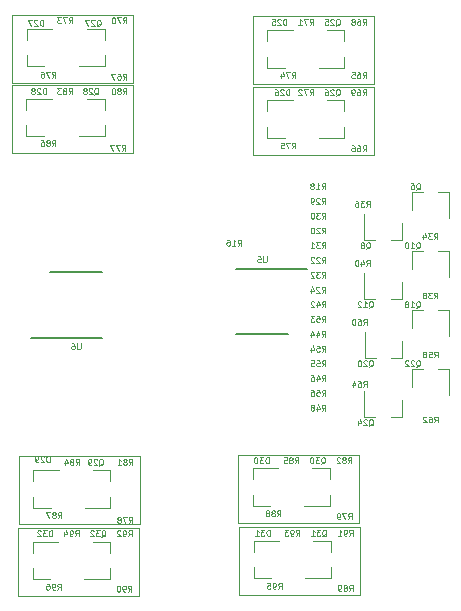
<source format=gbr>
G04 #@! TF.GenerationSoftware,KiCad,Pcbnew,(5.1.0)-1*
G04 #@! TF.CreationDate,2019-05-12T16:35:28-05:00*
G04 #@! TF.ProjectId,GPIODriverVer1,4750494f-4472-4697-9665-72566572312e,rev?*
G04 #@! TF.SameCoordinates,Original*
G04 #@! TF.FileFunction,Legend,Bot*
G04 #@! TF.FilePolarity,Positive*
%FSLAX46Y46*%
G04 Gerber Fmt 4.6, Leading zero omitted, Abs format (unit mm)*
G04 Created by KiCad (PCBNEW (5.1.0)-1) date 2019-05-12 16:35:28*
%MOMM*%
%LPD*%
G04 APERTURE LIST*
%ADD10C,0.120000*%
%ADD11C,0.150000*%
%ADD12C,0.100000*%
G04 APERTURE END LIST*
D10*
X146700000Y-92550000D02*
X156950000Y-92550000D01*
X146700000Y-86800000D02*
X146700000Y-92550000D01*
X156950000Y-86800000D02*
X146700000Y-86800000D01*
X156950000Y-92550000D02*
X156950000Y-86800000D01*
X126300000Y-92400000D02*
X136550000Y-92400000D01*
X126300000Y-86650000D02*
X126300000Y-92400000D01*
X136550000Y-86650000D02*
X126300000Y-86650000D01*
X136550000Y-92400000D02*
X136550000Y-86650000D01*
X145550000Y-129850000D02*
X155800000Y-129850000D01*
X145550000Y-124100000D02*
X145550000Y-129850000D01*
X155800000Y-124100000D02*
X145550000Y-124100000D01*
X155800000Y-129850000D02*
X155800000Y-124100000D01*
X145450000Y-123700000D02*
X155700000Y-123700000D01*
X145450000Y-117950000D02*
X145450000Y-123700000D01*
X155700000Y-117950000D02*
X145450000Y-117950000D01*
X155700000Y-123700000D02*
X155700000Y-117950000D01*
X126900000Y-123850000D02*
X137150000Y-123850000D01*
X126900000Y-118100000D02*
X126900000Y-123850000D01*
X137150000Y-118100000D02*
X126900000Y-118100000D01*
X137150000Y-123850000D02*
X137150000Y-118100000D01*
X126350000Y-86500000D02*
X136600000Y-86500000D01*
X126350000Y-80750000D02*
X126350000Y-86500000D01*
X136600000Y-80750000D02*
X126350000Y-80750000D01*
X136600000Y-86500000D02*
X136600000Y-80750000D01*
X126850000Y-129900000D02*
X137100000Y-129900000D01*
X126850000Y-124150000D02*
X126850000Y-129900000D01*
X137100000Y-124150000D02*
X126850000Y-124150000D01*
X137100000Y-129900000D02*
X137100000Y-124150000D01*
X156950000Y-86600000D02*
X156950000Y-80850000D01*
X146700000Y-86600000D02*
X156950000Y-86600000D01*
X146700000Y-80850000D02*
X146700000Y-86600000D01*
X156950000Y-80850000D02*
X146700000Y-80850000D01*
X147940000Y-85180000D02*
X147940000Y-84250000D01*
X147940000Y-82020000D02*
X147940000Y-82950000D01*
X147940000Y-82020000D02*
X150100000Y-82020000D01*
X147940000Y-85180000D02*
X149400000Y-85180000D01*
X147940000Y-91130000D02*
X149400000Y-91130000D01*
X147940000Y-87970000D02*
X150100000Y-87970000D01*
X147940000Y-87970000D02*
X147940000Y-88900000D01*
X147940000Y-91130000D02*
X147940000Y-90200000D01*
X127590000Y-85080000D02*
X127590000Y-84150000D01*
X127590000Y-81920000D02*
X127590000Y-82850000D01*
X127590000Y-81920000D02*
X129750000Y-81920000D01*
X127590000Y-85080000D02*
X129050000Y-85080000D01*
X127540000Y-90980000D02*
X127540000Y-90050000D01*
X127540000Y-87820000D02*
X127540000Y-88750000D01*
X127540000Y-87820000D02*
X129700000Y-87820000D01*
X127540000Y-90980000D02*
X129000000Y-90980000D01*
X128140000Y-122430000D02*
X128140000Y-121500000D01*
X128140000Y-119270000D02*
X128140000Y-120200000D01*
X128140000Y-119270000D02*
X130300000Y-119270000D01*
X128140000Y-122430000D02*
X129600000Y-122430000D01*
X146690000Y-122280000D02*
X146690000Y-121350000D01*
X146690000Y-119120000D02*
X146690000Y-120050000D01*
X146690000Y-119120000D02*
X148850000Y-119120000D01*
X146690000Y-122280000D02*
X148150000Y-122280000D01*
X146790000Y-128430000D02*
X148250000Y-128430000D01*
X146790000Y-125270000D02*
X148950000Y-125270000D01*
X146790000Y-125270000D02*
X146790000Y-126200000D01*
X146790000Y-128430000D02*
X146790000Y-127500000D01*
X128090000Y-128480000D02*
X129550000Y-128480000D01*
X128090000Y-125320000D02*
X130250000Y-125320000D01*
X128090000Y-125320000D02*
X128090000Y-126250000D01*
X128090000Y-128480000D02*
X128090000Y-127550000D01*
X160170000Y-95740000D02*
X161100000Y-95740000D01*
X163330000Y-95740000D02*
X162400000Y-95740000D01*
X163330000Y-95740000D02*
X163330000Y-97900000D01*
X160170000Y-95740000D02*
X160170000Y-97200000D01*
X159330000Y-99760000D02*
X158400000Y-99760000D01*
X156170000Y-99760000D02*
X157100000Y-99760000D01*
X156170000Y-99760000D02*
X156170000Y-97600000D01*
X159330000Y-99760000D02*
X159330000Y-98300000D01*
X160170000Y-100740000D02*
X161100000Y-100740000D01*
X163330000Y-100740000D02*
X162400000Y-100740000D01*
X163330000Y-100740000D02*
X163330000Y-102900000D01*
X160170000Y-100740000D02*
X160170000Y-102200000D01*
X159330000Y-104760000D02*
X159330000Y-103300000D01*
X156170000Y-104760000D02*
X156170000Y-102600000D01*
X156170000Y-104760000D02*
X157100000Y-104760000D01*
X159330000Y-104760000D02*
X158400000Y-104760000D01*
X160170000Y-105740000D02*
X161100000Y-105740000D01*
X163330000Y-105740000D02*
X162400000Y-105740000D01*
X163330000Y-105740000D02*
X163330000Y-107900000D01*
X160170000Y-105740000D02*
X160170000Y-107200000D01*
X159380000Y-109760000D02*
X158450000Y-109760000D01*
X156220000Y-109760000D02*
X157150000Y-109760000D01*
X156220000Y-109760000D02*
X156220000Y-107600000D01*
X159380000Y-109760000D02*
X159380000Y-108300000D01*
X160170000Y-110740000D02*
X160170000Y-112200000D01*
X163330000Y-110740000D02*
X163330000Y-112900000D01*
X163330000Y-110740000D02*
X162400000Y-110740000D01*
X160170000Y-110740000D02*
X161100000Y-110740000D01*
X159330000Y-114760000D02*
X159330000Y-113300000D01*
X156170000Y-114760000D02*
X156170000Y-112600000D01*
X156170000Y-114760000D02*
X157100000Y-114760000D01*
X159330000Y-114760000D02*
X158400000Y-114760000D01*
X154460000Y-82020000D02*
X153000000Y-82020000D01*
X154460000Y-85180000D02*
X152300000Y-85180000D01*
X154460000Y-85180000D02*
X154460000Y-84250000D01*
X154460000Y-82020000D02*
X154460000Y-82950000D01*
X154460000Y-87970000D02*
X153000000Y-87970000D01*
X154460000Y-91130000D02*
X152300000Y-91130000D01*
X154460000Y-91130000D02*
X154460000Y-90200000D01*
X154460000Y-87970000D02*
X154460000Y-88900000D01*
X134160000Y-81920000D02*
X132700000Y-81920000D01*
X134160000Y-85080000D02*
X132000000Y-85080000D01*
X134160000Y-85080000D02*
X134160000Y-84150000D01*
X134160000Y-81920000D02*
X134160000Y-82850000D01*
X134160000Y-87820000D02*
X134160000Y-88750000D01*
X134160000Y-90980000D02*
X134160000Y-90050000D01*
X134160000Y-90980000D02*
X132000000Y-90980000D01*
X134160000Y-87820000D02*
X132700000Y-87820000D01*
X134660000Y-119270000D02*
X134660000Y-120200000D01*
X134660000Y-122430000D02*
X134660000Y-121500000D01*
X134660000Y-122430000D02*
X132500000Y-122430000D01*
X134660000Y-119270000D02*
X133200000Y-119270000D01*
X153210000Y-119120000D02*
X151750000Y-119120000D01*
X153210000Y-122280000D02*
X151050000Y-122280000D01*
X153210000Y-122280000D02*
X153210000Y-121350000D01*
X153210000Y-119120000D02*
X153210000Y-120050000D01*
X153310000Y-125270000D02*
X151850000Y-125270000D01*
X153310000Y-128430000D02*
X151150000Y-128430000D01*
X153310000Y-128430000D02*
X153310000Y-127500000D01*
X153310000Y-125270000D02*
X153310000Y-126200000D01*
X134610000Y-125320000D02*
X134610000Y-126250000D01*
X134610000Y-128480000D02*
X134610000Y-127550000D01*
X134610000Y-128480000D02*
X132450000Y-128480000D01*
X134610000Y-125320000D02*
X133150000Y-125320000D01*
D11*
X149700000Y-107725000D02*
X145300000Y-107725000D01*
X151275000Y-102200000D02*
X145300000Y-102200000D01*
X129550000Y-102525000D02*
X133950000Y-102525000D01*
X127975000Y-108050000D02*
X133950000Y-108050000D01*
D12*
X149557142Y-81576190D02*
X149557142Y-81076190D01*
X149438095Y-81076190D01*
X149366666Y-81100000D01*
X149319047Y-81147619D01*
X149295238Y-81195238D01*
X149271428Y-81290476D01*
X149271428Y-81361904D01*
X149295238Y-81457142D01*
X149319047Y-81504761D01*
X149366666Y-81552380D01*
X149438095Y-81576190D01*
X149557142Y-81576190D01*
X149080952Y-81123809D02*
X149057142Y-81100000D01*
X149009523Y-81076190D01*
X148890476Y-81076190D01*
X148842857Y-81100000D01*
X148819047Y-81123809D01*
X148795238Y-81171428D01*
X148795238Y-81219047D01*
X148819047Y-81290476D01*
X149104761Y-81576190D01*
X148795238Y-81576190D01*
X148342857Y-81076190D02*
X148580952Y-81076190D01*
X148604761Y-81314285D01*
X148580952Y-81290476D01*
X148533333Y-81266666D01*
X148414285Y-81266666D01*
X148366666Y-81290476D01*
X148342857Y-81314285D01*
X148319047Y-81361904D01*
X148319047Y-81480952D01*
X148342857Y-81528571D01*
X148366666Y-81552380D01*
X148414285Y-81576190D01*
X148533333Y-81576190D01*
X148580952Y-81552380D01*
X148604761Y-81528571D01*
X149807142Y-87526190D02*
X149807142Y-87026190D01*
X149688095Y-87026190D01*
X149616666Y-87050000D01*
X149569047Y-87097619D01*
X149545238Y-87145238D01*
X149521428Y-87240476D01*
X149521428Y-87311904D01*
X149545238Y-87407142D01*
X149569047Y-87454761D01*
X149616666Y-87502380D01*
X149688095Y-87526190D01*
X149807142Y-87526190D01*
X149330952Y-87073809D02*
X149307142Y-87050000D01*
X149259523Y-87026190D01*
X149140476Y-87026190D01*
X149092857Y-87050000D01*
X149069047Y-87073809D01*
X149045238Y-87121428D01*
X149045238Y-87169047D01*
X149069047Y-87240476D01*
X149354761Y-87526190D01*
X149045238Y-87526190D01*
X148616666Y-87026190D02*
X148711904Y-87026190D01*
X148759523Y-87050000D01*
X148783333Y-87073809D01*
X148830952Y-87145238D01*
X148854761Y-87240476D01*
X148854761Y-87430952D01*
X148830952Y-87478571D01*
X148807142Y-87502380D01*
X148759523Y-87526190D01*
X148664285Y-87526190D01*
X148616666Y-87502380D01*
X148592857Y-87478571D01*
X148569047Y-87430952D01*
X148569047Y-87311904D01*
X148592857Y-87264285D01*
X148616666Y-87240476D01*
X148664285Y-87216666D01*
X148759523Y-87216666D01*
X148807142Y-87240476D01*
X148830952Y-87264285D01*
X148854761Y-87311904D01*
X128957142Y-81626190D02*
X128957142Y-81126190D01*
X128838095Y-81126190D01*
X128766666Y-81150000D01*
X128719047Y-81197619D01*
X128695238Y-81245238D01*
X128671428Y-81340476D01*
X128671428Y-81411904D01*
X128695238Y-81507142D01*
X128719047Y-81554761D01*
X128766666Y-81602380D01*
X128838095Y-81626190D01*
X128957142Y-81626190D01*
X128480952Y-81173809D02*
X128457142Y-81150000D01*
X128409523Y-81126190D01*
X128290476Y-81126190D01*
X128242857Y-81150000D01*
X128219047Y-81173809D01*
X128195238Y-81221428D01*
X128195238Y-81269047D01*
X128219047Y-81340476D01*
X128504761Y-81626190D01*
X128195238Y-81626190D01*
X128028571Y-81126190D02*
X127695238Y-81126190D01*
X127909523Y-81626190D01*
X129207142Y-87426190D02*
X129207142Y-86926190D01*
X129088095Y-86926190D01*
X129016666Y-86950000D01*
X128969047Y-86997619D01*
X128945238Y-87045238D01*
X128921428Y-87140476D01*
X128921428Y-87211904D01*
X128945238Y-87307142D01*
X128969047Y-87354761D01*
X129016666Y-87402380D01*
X129088095Y-87426190D01*
X129207142Y-87426190D01*
X128730952Y-86973809D02*
X128707142Y-86950000D01*
X128659523Y-86926190D01*
X128540476Y-86926190D01*
X128492857Y-86950000D01*
X128469047Y-86973809D01*
X128445238Y-87021428D01*
X128445238Y-87069047D01*
X128469047Y-87140476D01*
X128754761Y-87426190D01*
X128445238Y-87426190D01*
X128159523Y-87140476D02*
X128207142Y-87116666D01*
X128230952Y-87092857D01*
X128254761Y-87045238D01*
X128254761Y-87021428D01*
X128230952Y-86973809D01*
X128207142Y-86950000D01*
X128159523Y-86926190D01*
X128064285Y-86926190D01*
X128016666Y-86950000D01*
X127992857Y-86973809D01*
X127969047Y-87021428D01*
X127969047Y-87045238D01*
X127992857Y-87092857D01*
X128016666Y-87116666D01*
X128064285Y-87140476D01*
X128159523Y-87140476D01*
X128207142Y-87164285D01*
X128230952Y-87188095D01*
X128254761Y-87235714D01*
X128254761Y-87330952D01*
X128230952Y-87378571D01*
X128207142Y-87402380D01*
X128159523Y-87426190D01*
X128064285Y-87426190D01*
X128016666Y-87402380D01*
X127992857Y-87378571D01*
X127969047Y-87330952D01*
X127969047Y-87235714D01*
X127992857Y-87188095D01*
X128016666Y-87164285D01*
X128064285Y-87140476D01*
X129507142Y-118576190D02*
X129507142Y-118076190D01*
X129388095Y-118076190D01*
X129316666Y-118100000D01*
X129269047Y-118147619D01*
X129245238Y-118195238D01*
X129221428Y-118290476D01*
X129221428Y-118361904D01*
X129245238Y-118457142D01*
X129269047Y-118504761D01*
X129316666Y-118552380D01*
X129388095Y-118576190D01*
X129507142Y-118576190D01*
X129030952Y-118123809D02*
X129007142Y-118100000D01*
X128959523Y-118076190D01*
X128840476Y-118076190D01*
X128792857Y-118100000D01*
X128769047Y-118123809D01*
X128745238Y-118171428D01*
X128745238Y-118219047D01*
X128769047Y-118290476D01*
X129054761Y-118576190D01*
X128745238Y-118576190D01*
X128507142Y-118576190D02*
X128411904Y-118576190D01*
X128364285Y-118552380D01*
X128340476Y-118528571D01*
X128292857Y-118457142D01*
X128269047Y-118361904D01*
X128269047Y-118171428D01*
X128292857Y-118123809D01*
X128316666Y-118100000D01*
X128364285Y-118076190D01*
X128459523Y-118076190D01*
X128507142Y-118100000D01*
X128530952Y-118123809D01*
X128554761Y-118171428D01*
X128554761Y-118290476D01*
X128530952Y-118338095D01*
X128507142Y-118361904D01*
X128459523Y-118385714D01*
X128364285Y-118385714D01*
X128316666Y-118361904D01*
X128292857Y-118338095D01*
X128269047Y-118290476D01*
X148057142Y-118676190D02*
X148057142Y-118176190D01*
X147938095Y-118176190D01*
X147866666Y-118200000D01*
X147819047Y-118247619D01*
X147795238Y-118295238D01*
X147771428Y-118390476D01*
X147771428Y-118461904D01*
X147795238Y-118557142D01*
X147819047Y-118604761D01*
X147866666Y-118652380D01*
X147938095Y-118676190D01*
X148057142Y-118676190D01*
X147604761Y-118176190D02*
X147295238Y-118176190D01*
X147461904Y-118366666D01*
X147390476Y-118366666D01*
X147342857Y-118390476D01*
X147319047Y-118414285D01*
X147295238Y-118461904D01*
X147295238Y-118580952D01*
X147319047Y-118628571D01*
X147342857Y-118652380D01*
X147390476Y-118676190D01*
X147533333Y-118676190D01*
X147580952Y-118652380D01*
X147604761Y-118628571D01*
X146985714Y-118176190D02*
X146938095Y-118176190D01*
X146890476Y-118200000D01*
X146866666Y-118223809D01*
X146842857Y-118271428D01*
X146819047Y-118366666D01*
X146819047Y-118485714D01*
X146842857Y-118580952D01*
X146866666Y-118628571D01*
X146890476Y-118652380D01*
X146938095Y-118676190D01*
X146985714Y-118676190D01*
X147033333Y-118652380D01*
X147057142Y-118628571D01*
X147080952Y-118580952D01*
X147104761Y-118485714D01*
X147104761Y-118366666D01*
X147080952Y-118271428D01*
X147057142Y-118223809D01*
X147033333Y-118200000D01*
X146985714Y-118176190D01*
X148157142Y-124826190D02*
X148157142Y-124326190D01*
X148038095Y-124326190D01*
X147966666Y-124350000D01*
X147919047Y-124397619D01*
X147895238Y-124445238D01*
X147871428Y-124540476D01*
X147871428Y-124611904D01*
X147895238Y-124707142D01*
X147919047Y-124754761D01*
X147966666Y-124802380D01*
X148038095Y-124826190D01*
X148157142Y-124826190D01*
X147704761Y-124326190D02*
X147395238Y-124326190D01*
X147561904Y-124516666D01*
X147490476Y-124516666D01*
X147442857Y-124540476D01*
X147419047Y-124564285D01*
X147395238Y-124611904D01*
X147395238Y-124730952D01*
X147419047Y-124778571D01*
X147442857Y-124802380D01*
X147490476Y-124826190D01*
X147633333Y-124826190D01*
X147680952Y-124802380D01*
X147704761Y-124778571D01*
X146919047Y-124826190D02*
X147204761Y-124826190D01*
X147061904Y-124826190D02*
X147061904Y-124326190D01*
X147109523Y-124397619D01*
X147157142Y-124445238D01*
X147204761Y-124469047D01*
X129707142Y-124876190D02*
X129707142Y-124376190D01*
X129588095Y-124376190D01*
X129516666Y-124400000D01*
X129469047Y-124447619D01*
X129445238Y-124495238D01*
X129421428Y-124590476D01*
X129421428Y-124661904D01*
X129445238Y-124757142D01*
X129469047Y-124804761D01*
X129516666Y-124852380D01*
X129588095Y-124876190D01*
X129707142Y-124876190D01*
X129254761Y-124376190D02*
X128945238Y-124376190D01*
X129111904Y-124566666D01*
X129040476Y-124566666D01*
X128992857Y-124590476D01*
X128969047Y-124614285D01*
X128945238Y-124661904D01*
X128945238Y-124780952D01*
X128969047Y-124828571D01*
X128992857Y-124852380D01*
X129040476Y-124876190D01*
X129183333Y-124876190D01*
X129230952Y-124852380D01*
X129254761Y-124828571D01*
X128754761Y-124423809D02*
X128730952Y-124400000D01*
X128683333Y-124376190D01*
X128564285Y-124376190D01*
X128516666Y-124400000D01*
X128492857Y-124423809D01*
X128469047Y-124471428D01*
X128469047Y-124519047D01*
X128492857Y-124590476D01*
X128778571Y-124876190D01*
X128469047Y-124876190D01*
X160547619Y-95523809D02*
X160595238Y-95500000D01*
X160642857Y-95452380D01*
X160714285Y-95380952D01*
X160761904Y-95357142D01*
X160809523Y-95357142D01*
X160785714Y-95476190D02*
X160833333Y-95452380D01*
X160880952Y-95404761D01*
X160904761Y-95309523D01*
X160904761Y-95142857D01*
X160880952Y-95047619D01*
X160833333Y-95000000D01*
X160785714Y-94976190D01*
X160690476Y-94976190D01*
X160642857Y-95000000D01*
X160595238Y-95047619D01*
X160571428Y-95142857D01*
X160571428Y-95309523D01*
X160595238Y-95404761D01*
X160642857Y-95452380D01*
X160690476Y-95476190D01*
X160785714Y-95476190D01*
X160142857Y-94976190D02*
X160238095Y-94976190D01*
X160285714Y-95000000D01*
X160309523Y-95023809D01*
X160357142Y-95095238D01*
X160380952Y-95190476D01*
X160380952Y-95380952D01*
X160357142Y-95428571D01*
X160333333Y-95452380D01*
X160285714Y-95476190D01*
X160190476Y-95476190D01*
X160142857Y-95452380D01*
X160119047Y-95428571D01*
X160095238Y-95380952D01*
X160095238Y-95261904D01*
X160119047Y-95214285D01*
X160142857Y-95190476D01*
X160190476Y-95166666D01*
X160285714Y-95166666D01*
X160333333Y-95190476D01*
X160357142Y-95214285D01*
X160380952Y-95261904D01*
X156297619Y-100523809D02*
X156345238Y-100500000D01*
X156392857Y-100452380D01*
X156464285Y-100380952D01*
X156511904Y-100357142D01*
X156559523Y-100357142D01*
X156535714Y-100476190D02*
X156583333Y-100452380D01*
X156630952Y-100404761D01*
X156654761Y-100309523D01*
X156654761Y-100142857D01*
X156630952Y-100047619D01*
X156583333Y-100000000D01*
X156535714Y-99976190D01*
X156440476Y-99976190D01*
X156392857Y-100000000D01*
X156345238Y-100047619D01*
X156321428Y-100142857D01*
X156321428Y-100309523D01*
X156345238Y-100404761D01*
X156392857Y-100452380D01*
X156440476Y-100476190D01*
X156535714Y-100476190D01*
X156035714Y-100190476D02*
X156083333Y-100166666D01*
X156107142Y-100142857D01*
X156130952Y-100095238D01*
X156130952Y-100071428D01*
X156107142Y-100023809D01*
X156083333Y-100000000D01*
X156035714Y-99976190D01*
X155940476Y-99976190D01*
X155892857Y-100000000D01*
X155869047Y-100023809D01*
X155845238Y-100071428D01*
X155845238Y-100095238D01*
X155869047Y-100142857D01*
X155892857Y-100166666D01*
X155940476Y-100190476D01*
X156035714Y-100190476D01*
X156083333Y-100214285D01*
X156107142Y-100238095D01*
X156130952Y-100285714D01*
X156130952Y-100380952D01*
X156107142Y-100428571D01*
X156083333Y-100452380D01*
X156035714Y-100476190D01*
X155940476Y-100476190D01*
X155892857Y-100452380D01*
X155869047Y-100428571D01*
X155845238Y-100380952D01*
X155845238Y-100285714D01*
X155869047Y-100238095D01*
X155892857Y-100214285D01*
X155940476Y-100190476D01*
X160535714Y-100523809D02*
X160583333Y-100500000D01*
X160630952Y-100452380D01*
X160702380Y-100380952D01*
X160750000Y-100357142D01*
X160797619Y-100357142D01*
X160773809Y-100476190D02*
X160821428Y-100452380D01*
X160869047Y-100404761D01*
X160892857Y-100309523D01*
X160892857Y-100142857D01*
X160869047Y-100047619D01*
X160821428Y-100000000D01*
X160773809Y-99976190D01*
X160678571Y-99976190D01*
X160630952Y-100000000D01*
X160583333Y-100047619D01*
X160559523Y-100142857D01*
X160559523Y-100309523D01*
X160583333Y-100404761D01*
X160630952Y-100452380D01*
X160678571Y-100476190D01*
X160773809Y-100476190D01*
X160083333Y-100476190D02*
X160369047Y-100476190D01*
X160226190Y-100476190D02*
X160226190Y-99976190D01*
X160273809Y-100047619D01*
X160321428Y-100095238D01*
X160369047Y-100119047D01*
X159773809Y-99976190D02*
X159726190Y-99976190D01*
X159678571Y-100000000D01*
X159654761Y-100023809D01*
X159630952Y-100071428D01*
X159607142Y-100166666D01*
X159607142Y-100285714D01*
X159630952Y-100380952D01*
X159654761Y-100428571D01*
X159678571Y-100452380D01*
X159726190Y-100476190D01*
X159773809Y-100476190D01*
X159821428Y-100452380D01*
X159845238Y-100428571D01*
X159869047Y-100380952D01*
X159892857Y-100285714D01*
X159892857Y-100166666D01*
X159869047Y-100071428D01*
X159845238Y-100023809D01*
X159821428Y-100000000D01*
X159773809Y-99976190D01*
X156535714Y-105523809D02*
X156583333Y-105500000D01*
X156630952Y-105452380D01*
X156702380Y-105380952D01*
X156750000Y-105357142D01*
X156797619Y-105357142D01*
X156773809Y-105476190D02*
X156821428Y-105452380D01*
X156869047Y-105404761D01*
X156892857Y-105309523D01*
X156892857Y-105142857D01*
X156869047Y-105047619D01*
X156821428Y-105000000D01*
X156773809Y-104976190D01*
X156678571Y-104976190D01*
X156630952Y-105000000D01*
X156583333Y-105047619D01*
X156559523Y-105142857D01*
X156559523Y-105309523D01*
X156583333Y-105404761D01*
X156630952Y-105452380D01*
X156678571Y-105476190D01*
X156773809Y-105476190D01*
X156083333Y-105476190D02*
X156369047Y-105476190D01*
X156226190Y-105476190D02*
X156226190Y-104976190D01*
X156273809Y-105047619D01*
X156321428Y-105095238D01*
X156369047Y-105119047D01*
X155892857Y-105023809D02*
X155869047Y-105000000D01*
X155821428Y-104976190D01*
X155702380Y-104976190D01*
X155654761Y-105000000D01*
X155630952Y-105023809D01*
X155607142Y-105071428D01*
X155607142Y-105119047D01*
X155630952Y-105190476D01*
X155916666Y-105476190D01*
X155607142Y-105476190D01*
X160535714Y-105523809D02*
X160583333Y-105500000D01*
X160630952Y-105452380D01*
X160702380Y-105380952D01*
X160750000Y-105357142D01*
X160797619Y-105357142D01*
X160773809Y-105476190D02*
X160821428Y-105452380D01*
X160869047Y-105404761D01*
X160892857Y-105309523D01*
X160892857Y-105142857D01*
X160869047Y-105047619D01*
X160821428Y-105000000D01*
X160773809Y-104976190D01*
X160678571Y-104976190D01*
X160630952Y-105000000D01*
X160583333Y-105047619D01*
X160559523Y-105142857D01*
X160559523Y-105309523D01*
X160583333Y-105404761D01*
X160630952Y-105452380D01*
X160678571Y-105476190D01*
X160773809Y-105476190D01*
X160083333Y-105476190D02*
X160369047Y-105476190D01*
X160226190Y-105476190D02*
X160226190Y-104976190D01*
X160273809Y-105047619D01*
X160321428Y-105095238D01*
X160369047Y-105119047D01*
X159797619Y-105190476D02*
X159845238Y-105166666D01*
X159869047Y-105142857D01*
X159892857Y-105095238D01*
X159892857Y-105071428D01*
X159869047Y-105023809D01*
X159845238Y-105000000D01*
X159797619Y-104976190D01*
X159702380Y-104976190D01*
X159654761Y-105000000D01*
X159630952Y-105023809D01*
X159607142Y-105071428D01*
X159607142Y-105095238D01*
X159630952Y-105142857D01*
X159654761Y-105166666D01*
X159702380Y-105190476D01*
X159797619Y-105190476D01*
X159845238Y-105214285D01*
X159869047Y-105238095D01*
X159892857Y-105285714D01*
X159892857Y-105380952D01*
X159869047Y-105428571D01*
X159845238Y-105452380D01*
X159797619Y-105476190D01*
X159702380Y-105476190D01*
X159654761Y-105452380D01*
X159630952Y-105428571D01*
X159607142Y-105380952D01*
X159607142Y-105285714D01*
X159630952Y-105238095D01*
X159654761Y-105214285D01*
X159702380Y-105190476D01*
X156535714Y-110523809D02*
X156583333Y-110500000D01*
X156630952Y-110452380D01*
X156702380Y-110380952D01*
X156750000Y-110357142D01*
X156797619Y-110357142D01*
X156773809Y-110476190D02*
X156821428Y-110452380D01*
X156869047Y-110404761D01*
X156892857Y-110309523D01*
X156892857Y-110142857D01*
X156869047Y-110047619D01*
X156821428Y-110000000D01*
X156773809Y-109976190D01*
X156678571Y-109976190D01*
X156630952Y-110000000D01*
X156583333Y-110047619D01*
X156559523Y-110142857D01*
X156559523Y-110309523D01*
X156583333Y-110404761D01*
X156630952Y-110452380D01*
X156678571Y-110476190D01*
X156773809Y-110476190D01*
X156369047Y-110023809D02*
X156345238Y-110000000D01*
X156297619Y-109976190D01*
X156178571Y-109976190D01*
X156130952Y-110000000D01*
X156107142Y-110023809D01*
X156083333Y-110071428D01*
X156083333Y-110119047D01*
X156107142Y-110190476D01*
X156392857Y-110476190D01*
X156083333Y-110476190D01*
X155773809Y-109976190D02*
X155726190Y-109976190D01*
X155678571Y-110000000D01*
X155654761Y-110023809D01*
X155630952Y-110071428D01*
X155607142Y-110166666D01*
X155607142Y-110285714D01*
X155630952Y-110380952D01*
X155654761Y-110428571D01*
X155678571Y-110452380D01*
X155726190Y-110476190D01*
X155773809Y-110476190D01*
X155821428Y-110452380D01*
X155845238Y-110428571D01*
X155869047Y-110380952D01*
X155892857Y-110285714D01*
X155892857Y-110166666D01*
X155869047Y-110071428D01*
X155845238Y-110023809D01*
X155821428Y-110000000D01*
X155773809Y-109976190D01*
X160535714Y-110523809D02*
X160583333Y-110500000D01*
X160630952Y-110452380D01*
X160702380Y-110380952D01*
X160750000Y-110357142D01*
X160797619Y-110357142D01*
X160773809Y-110476190D02*
X160821428Y-110452380D01*
X160869047Y-110404761D01*
X160892857Y-110309523D01*
X160892857Y-110142857D01*
X160869047Y-110047619D01*
X160821428Y-110000000D01*
X160773809Y-109976190D01*
X160678571Y-109976190D01*
X160630952Y-110000000D01*
X160583333Y-110047619D01*
X160559523Y-110142857D01*
X160559523Y-110309523D01*
X160583333Y-110404761D01*
X160630952Y-110452380D01*
X160678571Y-110476190D01*
X160773809Y-110476190D01*
X160369047Y-110023809D02*
X160345238Y-110000000D01*
X160297619Y-109976190D01*
X160178571Y-109976190D01*
X160130952Y-110000000D01*
X160107142Y-110023809D01*
X160083333Y-110071428D01*
X160083333Y-110119047D01*
X160107142Y-110190476D01*
X160392857Y-110476190D01*
X160083333Y-110476190D01*
X159892857Y-110023809D02*
X159869047Y-110000000D01*
X159821428Y-109976190D01*
X159702380Y-109976190D01*
X159654761Y-110000000D01*
X159630952Y-110023809D01*
X159607142Y-110071428D01*
X159607142Y-110119047D01*
X159630952Y-110190476D01*
X159916666Y-110476190D01*
X159607142Y-110476190D01*
X156535714Y-115523809D02*
X156583333Y-115500000D01*
X156630952Y-115452380D01*
X156702380Y-115380952D01*
X156750000Y-115357142D01*
X156797619Y-115357142D01*
X156773809Y-115476190D02*
X156821428Y-115452380D01*
X156869047Y-115404761D01*
X156892857Y-115309523D01*
X156892857Y-115142857D01*
X156869047Y-115047619D01*
X156821428Y-115000000D01*
X156773809Y-114976190D01*
X156678571Y-114976190D01*
X156630952Y-115000000D01*
X156583333Y-115047619D01*
X156559523Y-115142857D01*
X156559523Y-115309523D01*
X156583333Y-115404761D01*
X156630952Y-115452380D01*
X156678571Y-115476190D01*
X156773809Y-115476190D01*
X156369047Y-115023809D02*
X156345238Y-115000000D01*
X156297619Y-114976190D01*
X156178571Y-114976190D01*
X156130952Y-115000000D01*
X156107142Y-115023809D01*
X156083333Y-115071428D01*
X156083333Y-115119047D01*
X156107142Y-115190476D01*
X156392857Y-115476190D01*
X156083333Y-115476190D01*
X155654761Y-115142857D02*
X155654761Y-115476190D01*
X155773809Y-114952380D02*
X155892857Y-115309523D01*
X155583333Y-115309523D01*
X153735714Y-81623809D02*
X153783333Y-81600000D01*
X153830952Y-81552380D01*
X153902380Y-81480952D01*
X153950000Y-81457142D01*
X153997619Y-81457142D01*
X153973809Y-81576190D02*
X154021428Y-81552380D01*
X154069047Y-81504761D01*
X154092857Y-81409523D01*
X154092857Y-81242857D01*
X154069047Y-81147619D01*
X154021428Y-81100000D01*
X153973809Y-81076190D01*
X153878571Y-81076190D01*
X153830952Y-81100000D01*
X153783333Y-81147619D01*
X153759523Y-81242857D01*
X153759523Y-81409523D01*
X153783333Y-81504761D01*
X153830952Y-81552380D01*
X153878571Y-81576190D01*
X153973809Y-81576190D01*
X153569047Y-81123809D02*
X153545238Y-81100000D01*
X153497619Y-81076190D01*
X153378571Y-81076190D01*
X153330952Y-81100000D01*
X153307142Y-81123809D01*
X153283333Y-81171428D01*
X153283333Y-81219047D01*
X153307142Y-81290476D01*
X153592857Y-81576190D01*
X153283333Y-81576190D01*
X152830952Y-81076190D02*
X153069047Y-81076190D01*
X153092857Y-81314285D01*
X153069047Y-81290476D01*
X153021428Y-81266666D01*
X152902380Y-81266666D01*
X152854761Y-81290476D01*
X152830952Y-81314285D01*
X152807142Y-81361904D01*
X152807142Y-81480952D01*
X152830952Y-81528571D01*
X152854761Y-81552380D01*
X152902380Y-81576190D01*
X153021428Y-81576190D01*
X153069047Y-81552380D01*
X153092857Y-81528571D01*
X153735714Y-87573809D02*
X153783333Y-87550000D01*
X153830952Y-87502380D01*
X153902380Y-87430952D01*
X153950000Y-87407142D01*
X153997619Y-87407142D01*
X153973809Y-87526190D02*
X154021428Y-87502380D01*
X154069047Y-87454761D01*
X154092857Y-87359523D01*
X154092857Y-87192857D01*
X154069047Y-87097619D01*
X154021428Y-87050000D01*
X153973809Y-87026190D01*
X153878571Y-87026190D01*
X153830952Y-87050000D01*
X153783333Y-87097619D01*
X153759523Y-87192857D01*
X153759523Y-87359523D01*
X153783333Y-87454761D01*
X153830952Y-87502380D01*
X153878571Y-87526190D01*
X153973809Y-87526190D01*
X153569047Y-87073809D02*
X153545238Y-87050000D01*
X153497619Y-87026190D01*
X153378571Y-87026190D01*
X153330952Y-87050000D01*
X153307142Y-87073809D01*
X153283333Y-87121428D01*
X153283333Y-87169047D01*
X153307142Y-87240476D01*
X153592857Y-87526190D01*
X153283333Y-87526190D01*
X152854761Y-87026190D02*
X152950000Y-87026190D01*
X152997619Y-87050000D01*
X153021428Y-87073809D01*
X153069047Y-87145238D01*
X153092857Y-87240476D01*
X153092857Y-87430952D01*
X153069047Y-87478571D01*
X153045238Y-87502380D01*
X152997619Y-87526190D01*
X152902380Y-87526190D01*
X152854761Y-87502380D01*
X152830952Y-87478571D01*
X152807142Y-87430952D01*
X152807142Y-87311904D01*
X152830952Y-87264285D01*
X152854761Y-87240476D01*
X152902380Y-87216666D01*
X152997619Y-87216666D01*
X153045238Y-87240476D01*
X153069047Y-87264285D01*
X153092857Y-87311904D01*
X133485714Y-81673809D02*
X133533333Y-81650000D01*
X133580952Y-81602380D01*
X133652380Y-81530952D01*
X133700000Y-81507142D01*
X133747619Y-81507142D01*
X133723809Y-81626190D02*
X133771428Y-81602380D01*
X133819047Y-81554761D01*
X133842857Y-81459523D01*
X133842857Y-81292857D01*
X133819047Y-81197619D01*
X133771428Y-81150000D01*
X133723809Y-81126190D01*
X133628571Y-81126190D01*
X133580952Y-81150000D01*
X133533333Y-81197619D01*
X133509523Y-81292857D01*
X133509523Y-81459523D01*
X133533333Y-81554761D01*
X133580952Y-81602380D01*
X133628571Y-81626190D01*
X133723809Y-81626190D01*
X133319047Y-81173809D02*
X133295238Y-81150000D01*
X133247619Y-81126190D01*
X133128571Y-81126190D01*
X133080952Y-81150000D01*
X133057142Y-81173809D01*
X133033333Y-81221428D01*
X133033333Y-81269047D01*
X133057142Y-81340476D01*
X133342857Y-81626190D01*
X133033333Y-81626190D01*
X132866666Y-81126190D02*
X132533333Y-81126190D01*
X132747619Y-81626190D01*
X133285714Y-87473809D02*
X133333333Y-87450000D01*
X133380952Y-87402380D01*
X133452380Y-87330952D01*
X133500000Y-87307142D01*
X133547619Y-87307142D01*
X133523809Y-87426190D02*
X133571428Y-87402380D01*
X133619047Y-87354761D01*
X133642857Y-87259523D01*
X133642857Y-87092857D01*
X133619047Y-86997619D01*
X133571428Y-86950000D01*
X133523809Y-86926190D01*
X133428571Y-86926190D01*
X133380952Y-86950000D01*
X133333333Y-86997619D01*
X133309523Y-87092857D01*
X133309523Y-87259523D01*
X133333333Y-87354761D01*
X133380952Y-87402380D01*
X133428571Y-87426190D01*
X133523809Y-87426190D01*
X133119047Y-86973809D02*
X133095238Y-86950000D01*
X133047619Y-86926190D01*
X132928571Y-86926190D01*
X132880952Y-86950000D01*
X132857142Y-86973809D01*
X132833333Y-87021428D01*
X132833333Y-87069047D01*
X132857142Y-87140476D01*
X133142857Y-87426190D01*
X132833333Y-87426190D01*
X132547619Y-87140476D02*
X132595238Y-87116666D01*
X132619047Y-87092857D01*
X132642857Y-87045238D01*
X132642857Y-87021428D01*
X132619047Y-86973809D01*
X132595238Y-86950000D01*
X132547619Y-86926190D01*
X132452380Y-86926190D01*
X132404761Y-86950000D01*
X132380952Y-86973809D01*
X132357142Y-87021428D01*
X132357142Y-87045238D01*
X132380952Y-87092857D01*
X132404761Y-87116666D01*
X132452380Y-87140476D01*
X132547619Y-87140476D01*
X132595238Y-87164285D01*
X132619047Y-87188095D01*
X132642857Y-87235714D01*
X132642857Y-87330952D01*
X132619047Y-87378571D01*
X132595238Y-87402380D01*
X132547619Y-87426190D01*
X132452380Y-87426190D01*
X132404761Y-87402380D01*
X132380952Y-87378571D01*
X132357142Y-87330952D01*
X132357142Y-87235714D01*
X132380952Y-87188095D01*
X132404761Y-87164285D01*
X132452380Y-87140476D01*
X133685714Y-118873809D02*
X133733333Y-118850000D01*
X133780952Y-118802380D01*
X133852380Y-118730952D01*
X133900000Y-118707142D01*
X133947619Y-118707142D01*
X133923809Y-118826190D02*
X133971428Y-118802380D01*
X134019047Y-118754761D01*
X134042857Y-118659523D01*
X134042857Y-118492857D01*
X134019047Y-118397619D01*
X133971428Y-118350000D01*
X133923809Y-118326190D01*
X133828571Y-118326190D01*
X133780952Y-118350000D01*
X133733333Y-118397619D01*
X133709523Y-118492857D01*
X133709523Y-118659523D01*
X133733333Y-118754761D01*
X133780952Y-118802380D01*
X133828571Y-118826190D01*
X133923809Y-118826190D01*
X133519047Y-118373809D02*
X133495238Y-118350000D01*
X133447619Y-118326190D01*
X133328571Y-118326190D01*
X133280952Y-118350000D01*
X133257142Y-118373809D01*
X133233333Y-118421428D01*
X133233333Y-118469047D01*
X133257142Y-118540476D01*
X133542857Y-118826190D01*
X133233333Y-118826190D01*
X132995238Y-118826190D02*
X132900000Y-118826190D01*
X132852380Y-118802380D01*
X132828571Y-118778571D01*
X132780952Y-118707142D01*
X132757142Y-118611904D01*
X132757142Y-118421428D01*
X132780952Y-118373809D01*
X132804761Y-118350000D01*
X132852380Y-118326190D01*
X132947619Y-118326190D01*
X132995238Y-118350000D01*
X133019047Y-118373809D01*
X133042857Y-118421428D01*
X133042857Y-118540476D01*
X133019047Y-118588095D01*
X132995238Y-118611904D01*
X132947619Y-118635714D01*
X132852380Y-118635714D01*
X132804761Y-118611904D01*
X132780952Y-118588095D01*
X132757142Y-118540476D01*
X152485714Y-118723809D02*
X152533333Y-118700000D01*
X152580952Y-118652380D01*
X152652380Y-118580952D01*
X152700000Y-118557142D01*
X152747619Y-118557142D01*
X152723809Y-118676190D02*
X152771428Y-118652380D01*
X152819047Y-118604761D01*
X152842857Y-118509523D01*
X152842857Y-118342857D01*
X152819047Y-118247619D01*
X152771428Y-118200000D01*
X152723809Y-118176190D01*
X152628571Y-118176190D01*
X152580952Y-118200000D01*
X152533333Y-118247619D01*
X152509523Y-118342857D01*
X152509523Y-118509523D01*
X152533333Y-118604761D01*
X152580952Y-118652380D01*
X152628571Y-118676190D01*
X152723809Y-118676190D01*
X152342857Y-118176190D02*
X152033333Y-118176190D01*
X152200000Y-118366666D01*
X152128571Y-118366666D01*
X152080952Y-118390476D01*
X152057142Y-118414285D01*
X152033333Y-118461904D01*
X152033333Y-118580952D01*
X152057142Y-118628571D01*
X152080952Y-118652380D01*
X152128571Y-118676190D01*
X152271428Y-118676190D01*
X152319047Y-118652380D01*
X152342857Y-118628571D01*
X151723809Y-118176190D02*
X151676190Y-118176190D01*
X151628571Y-118200000D01*
X151604761Y-118223809D01*
X151580952Y-118271428D01*
X151557142Y-118366666D01*
X151557142Y-118485714D01*
X151580952Y-118580952D01*
X151604761Y-118628571D01*
X151628571Y-118652380D01*
X151676190Y-118676190D01*
X151723809Y-118676190D01*
X151771428Y-118652380D01*
X151795238Y-118628571D01*
X151819047Y-118580952D01*
X151842857Y-118485714D01*
X151842857Y-118366666D01*
X151819047Y-118271428D01*
X151795238Y-118223809D01*
X151771428Y-118200000D01*
X151723809Y-118176190D01*
X152585714Y-124873809D02*
X152633333Y-124850000D01*
X152680952Y-124802380D01*
X152752380Y-124730952D01*
X152800000Y-124707142D01*
X152847619Y-124707142D01*
X152823809Y-124826190D02*
X152871428Y-124802380D01*
X152919047Y-124754761D01*
X152942857Y-124659523D01*
X152942857Y-124492857D01*
X152919047Y-124397619D01*
X152871428Y-124350000D01*
X152823809Y-124326190D01*
X152728571Y-124326190D01*
X152680952Y-124350000D01*
X152633333Y-124397619D01*
X152609523Y-124492857D01*
X152609523Y-124659523D01*
X152633333Y-124754761D01*
X152680952Y-124802380D01*
X152728571Y-124826190D01*
X152823809Y-124826190D01*
X152442857Y-124326190D02*
X152133333Y-124326190D01*
X152300000Y-124516666D01*
X152228571Y-124516666D01*
X152180952Y-124540476D01*
X152157142Y-124564285D01*
X152133333Y-124611904D01*
X152133333Y-124730952D01*
X152157142Y-124778571D01*
X152180952Y-124802380D01*
X152228571Y-124826190D01*
X152371428Y-124826190D01*
X152419047Y-124802380D01*
X152442857Y-124778571D01*
X151657142Y-124826190D02*
X151942857Y-124826190D01*
X151800000Y-124826190D02*
X151800000Y-124326190D01*
X151847619Y-124397619D01*
X151895238Y-124445238D01*
X151942857Y-124469047D01*
X133885714Y-124923809D02*
X133933333Y-124900000D01*
X133980952Y-124852380D01*
X134052380Y-124780952D01*
X134100000Y-124757142D01*
X134147619Y-124757142D01*
X134123809Y-124876190D02*
X134171428Y-124852380D01*
X134219047Y-124804761D01*
X134242857Y-124709523D01*
X134242857Y-124542857D01*
X134219047Y-124447619D01*
X134171428Y-124400000D01*
X134123809Y-124376190D01*
X134028571Y-124376190D01*
X133980952Y-124400000D01*
X133933333Y-124447619D01*
X133909523Y-124542857D01*
X133909523Y-124709523D01*
X133933333Y-124804761D01*
X133980952Y-124852380D01*
X134028571Y-124876190D01*
X134123809Y-124876190D01*
X133742857Y-124376190D02*
X133433333Y-124376190D01*
X133600000Y-124566666D01*
X133528571Y-124566666D01*
X133480952Y-124590476D01*
X133457142Y-124614285D01*
X133433333Y-124661904D01*
X133433333Y-124780952D01*
X133457142Y-124828571D01*
X133480952Y-124852380D01*
X133528571Y-124876190D01*
X133671428Y-124876190D01*
X133719047Y-124852380D01*
X133742857Y-124828571D01*
X133242857Y-124423809D02*
X133219047Y-124400000D01*
X133171428Y-124376190D01*
X133052380Y-124376190D01*
X133004761Y-124400000D01*
X132980952Y-124423809D01*
X132957142Y-124471428D01*
X132957142Y-124519047D01*
X132980952Y-124590476D01*
X133266666Y-124876190D01*
X132957142Y-124876190D01*
X145436428Y-100256190D02*
X145603095Y-100018095D01*
X145722142Y-100256190D02*
X145722142Y-99756190D01*
X145531666Y-99756190D01*
X145484047Y-99780000D01*
X145460238Y-99803809D01*
X145436428Y-99851428D01*
X145436428Y-99922857D01*
X145460238Y-99970476D01*
X145484047Y-99994285D01*
X145531666Y-100018095D01*
X145722142Y-100018095D01*
X144960238Y-100256190D02*
X145245952Y-100256190D01*
X145103095Y-100256190D02*
X145103095Y-99756190D01*
X145150714Y-99827619D01*
X145198333Y-99875238D01*
X145245952Y-99899047D01*
X144531666Y-99756190D02*
X144626904Y-99756190D01*
X144674523Y-99780000D01*
X144698333Y-99803809D01*
X144745952Y-99875238D01*
X144769761Y-99970476D01*
X144769761Y-100160952D01*
X144745952Y-100208571D01*
X144722142Y-100232380D01*
X144674523Y-100256190D01*
X144579285Y-100256190D01*
X144531666Y-100232380D01*
X144507857Y-100208571D01*
X144484047Y-100160952D01*
X144484047Y-100041904D01*
X144507857Y-99994285D01*
X144531666Y-99970476D01*
X144579285Y-99946666D01*
X144674523Y-99946666D01*
X144722142Y-99970476D01*
X144745952Y-99994285D01*
X144769761Y-100041904D01*
X152541428Y-95476190D02*
X152708095Y-95238095D01*
X152827142Y-95476190D02*
X152827142Y-94976190D01*
X152636666Y-94976190D01*
X152589047Y-95000000D01*
X152565238Y-95023809D01*
X152541428Y-95071428D01*
X152541428Y-95142857D01*
X152565238Y-95190476D01*
X152589047Y-95214285D01*
X152636666Y-95238095D01*
X152827142Y-95238095D01*
X152065238Y-95476190D02*
X152350952Y-95476190D01*
X152208095Y-95476190D02*
X152208095Y-94976190D01*
X152255714Y-95047619D01*
X152303333Y-95095238D01*
X152350952Y-95119047D01*
X151779523Y-95190476D02*
X151827142Y-95166666D01*
X151850952Y-95142857D01*
X151874761Y-95095238D01*
X151874761Y-95071428D01*
X151850952Y-95023809D01*
X151827142Y-95000000D01*
X151779523Y-94976190D01*
X151684285Y-94976190D01*
X151636666Y-95000000D01*
X151612857Y-95023809D01*
X151589047Y-95071428D01*
X151589047Y-95095238D01*
X151612857Y-95142857D01*
X151636666Y-95166666D01*
X151684285Y-95190476D01*
X151779523Y-95190476D01*
X151827142Y-95214285D01*
X151850952Y-95238095D01*
X151874761Y-95285714D01*
X151874761Y-95380952D01*
X151850952Y-95428571D01*
X151827142Y-95452380D01*
X151779523Y-95476190D01*
X151684285Y-95476190D01*
X151636666Y-95452380D01*
X151612857Y-95428571D01*
X151589047Y-95380952D01*
X151589047Y-95285714D01*
X151612857Y-95238095D01*
X151636666Y-95214285D01*
X151684285Y-95190476D01*
X152571428Y-99226190D02*
X152738095Y-98988095D01*
X152857142Y-99226190D02*
X152857142Y-98726190D01*
X152666666Y-98726190D01*
X152619047Y-98750000D01*
X152595238Y-98773809D01*
X152571428Y-98821428D01*
X152571428Y-98892857D01*
X152595238Y-98940476D01*
X152619047Y-98964285D01*
X152666666Y-98988095D01*
X152857142Y-98988095D01*
X152380952Y-98773809D02*
X152357142Y-98750000D01*
X152309523Y-98726190D01*
X152190476Y-98726190D01*
X152142857Y-98750000D01*
X152119047Y-98773809D01*
X152095238Y-98821428D01*
X152095238Y-98869047D01*
X152119047Y-98940476D01*
X152404761Y-99226190D01*
X152095238Y-99226190D01*
X151785714Y-98726190D02*
X151738095Y-98726190D01*
X151690476Y-98750000D01*
X151666666Y-98773809D01*
X151642857Y-98821428D01*
X151619047Y-98916666D01*
X151619047Y-99035714D01*
X151642857Y-99130952D01*
X151666666Y-99178571D01*
X151690476Y-99202380D01*
X151738095Y-99226190D01*
X151785714Y-99226190D01*
X151833333Y-99202380D01*
X151857142Y-99178571D01*
X151880952Y-99130952D01*
X151904761Y-99035714D01*
X151904761Y-98916666D01*
X151880952Y-98821428D01*
X151857142Y-98773809D01*
X151833333Y-98750000D01*
X151785714Y-98726190D01*
X152571428Y-101726190D02*
X152738095Y-101488095D01*
X152857142Y-101726190D02*
X152857142Y-101226190D01*
X152666666Y-101226190D01*
X152619047Y-101250000D01*
X152595238Y-101273809D01*
X152571428Y-101321428D01*
X152571428Y-101392857D01*
X152595238Y-101440476D01*
X152619047Y-101464285D01*
X152666666Y-101488095D01*
X152857142Y-101488095D01*
X152380952Y-101273809D02*
X152357142Y-101250000D01*
X152309523Y-101226190D01*
X152190476Y-101226190D01*
X152142857Y-101250000D01*
X152119047Y-101273809D01*
X152095238Y-101321428D01*
X152095238Y-101369047D01*
X152119047Y-101440476D01*
X152404761Y-101726190D01*
X152095238Y-101726190D01*
X151904761Y-101273809D02*
X151880952Y-101250000D01*
X151833333Y-101226190D01*
X151714285Y-101226190D01*
X151666666Y-101250000D01*
X151642857Y-101273809D01*
X151619047Y-101321428D01*
X151619047Y-101369047D01*
X151642857Y-101440476D01*
X151928571Y-101726190D01*
X151619047Y-101726190D01*
X152541428Y-104226190D02*
X152708095Y-103988095D01*
X152827142Y-104226190D02*
X152827142Y-103726190D01*
X152636666Y-103726190D01*
X152589047Y-103750000D01*
X152565238Y-103773809D01*
X152541428Y-103821428D01*
X152541428Y-103892857D01*
X152565238Y-103940476D01*
X152589047Y-103964285D01*
X152636666Y-103988095D01*
X152827142Y-103988095D01*
X152350952Y-103773809D02*
X152327142Y-103750000D01*
X152279523Y-103726190D01*
X152160476Y-103726190D01*
X152112857Y-103750000D01*
X152089047Y-103773809D01*
X152065238Y-103821428D01*
X152065238Y-103869047D01*
X152089047Y-103940476D01*
X152374761Y-104226190D01*
X152065238Y-104226190D01*
X151636666Y-103892857D02*
X151636666Y-104226190D01*
X151755714Y-103702380D02*
X151874761Y-104059523D01*
X151565238Y-104059523D01*
X152556428Y-96726190D02*
X152723095Y-96488095D01*
X152842142Y-96726190D02*
X152842142Y-96226190D01*
X152651666Y-96226190D01*
X152604047Y-96250000D01*
X152580238Y-96273809D01*
X152556428Y-96321428D01*
X152556428Y-96392857D01*
X152580238Y-96440476D01*
X152604047Y-96464285D01*
X152651666Y-96488095D01*
X152842142Y-96488095D01*
X152365952Y-96273809D02*
X152342142Y-96250000D01*
X152294523Y-96226190D01*
X152175476Y-96226190D01*
X152127857Y-96250000D01*
X152104047Y-96273809D01*
X152080238Y-96321428D01*
X152080238Y-96369047D01*
X152104047Y-96440476D01*
X152389761Y-96726190D01*
X152080238Y-96726190D01*
X151842142Y-96726190D02*
X151746904Y-96726190D01*
X151699285Y-96702380D01*
X151675476Y-96678571D01*
X151627857Y-96607142D01*
X151604047Y-96511904D01*
X151604047Y-96321428D01*
X151627857Y-96273809D01*
X151651666Y-96250000D01*
X151699285Y-96226190D01*
X151794523Y-96226190D01*
X151842142Y-96250000D01*
X151865952Y-96273809D01*
X151889761Y-96321428D01*
X151889761Y-96440476D01*
X151865952Y-96488095D01*
X151842142Y-96511904D01*
X151794523Y-96535714D01*
X151699285Y-96535714D01*
X151651666Y-96511904D01*
X151627857Y-96488095D01*
X151604047Y-96440476D01*
X152571428Y-97976190D02*
X152738095Y-97738095D01*
X152857142Y-97976190D02*
X152857142Y-97476190D01*
X152666666Y-97476190D01*
X152619047Y-97500000D01*
X152595238Y-97523809D01*
X152571428Y-97571428D01*
X152571428Y-97642857D01*
X152595238Y-97690476D01*
X152619047Y-97714285D01*
X152666666Y-97738095D01*
X152857142Y-97738095D01*
X152404761Y-97476190D02*
X152095238Y-97476190D01*
X152261904Y-97666666D01*
X152190476Y-97666666D01*
X152142857Y-97690476D01*
X152119047Y-97714285D01*
X152095238Y-97761904D01*
X152095238Y-97880952D01*
X152119047Y-97928571D01*
X152142857Y-97952380D01*
X152190476Y-97976190D01*
X152333333Y-97976190D01*
X152380952Y-97952380D01*
X152404761Y-97928571D01*
X151785714Y-97476190D02*
X151738095Y-97476190D01*
X151690476Y-97500000D01*
X151666666Y-97523809D01*
X151642857Y-97571428D01*
X151619047Y-97666666D01*
X151619047Y-97785714D01*
X151642857Y-97880952D01*
X151666666Y-97928571D01*
X151690476Y-97952380D01*
X151738095Y-97976190D01*
X151785714Y-97976190D01*
X151833333Y-97952380D01*
X151857142Y-97928571D01*
X151880952Y-97880952D01*
X151904761Y-97785714D01*
X151904761Y-97666666D01*
X151880952Y-97571428D01*
X151857142Y-97523809D01*
X151833333Y-97500000D01*
X151785714Y-97476190D01*
X152571428Y-100476190D02*
X152738095Y-100238095D01*
X152857142Y-100476190D02*
X152857142Y-99976190D01*
X152666666Y-99976190D01*
X152619047Y-100000000D01*
X152595238Y-100023809D01*
X152571428Y-100071428D01*
X152571428Y-100142857D01*
X152595238Y-100190476D01*
X152619047Y-100214285D01*
X152666666Y-100238095D01*
X152857142Y-100238095D01*
X152404761Y-99976190D02*
X152095238Y-99976190D01*
X152261904Y-100166666D01*
X152190476Y-100166666D01*
X152142857Y-100190476D01*
X152119047Y-100214285D01*
X152095238Y-100261904D01*
X152095238Y-100380952D01*
X152119047Y-100428571D01*
X152142857Y-100452380D01*
X152190476Y-100476190D01*
X152333333Y-100476190D01*
X152380952Y-100452380D01*
X152404761Y-100428571D01*
X151619047Y-100476190D02*
X151904761Y-100476190D01*
X151761904Y-100476190D02*
X151761904Y-99976190D01*
X151809523Y-100047619D01*
X151857142Y-100095238D01*
X151904761Y-100119047D01*
X152571428Y-102976190D02*
X152738095Y-102738095D01*
X152857142Y-102976190D02*
X152857142Y-102476190D01*
X152666666Y-102476190D01*
X152619047Y-102500000D01*
X152595238Y-102523809D01*
X152571428Y-102571428D01*
X152571428Y-102642857D01*
X152595238Y-102690476D01*
X152619047Y-102714285D01*
X152666666Y-102738095D01*
X152857142Y-102738095D01*
X152404761Y-102476190D02*
X152095238Y-102476190D01*
X152261904Y-102666666D01*
X152190476Y-102666666D01*
X152142857Y-102690476D01*
X152119047Y-102714285D01*
X152095238Y-102761904D01*
X152095238Y-102880952D01*
X152119047Y-102928571D01*
X152142857Y-102952380D01*
X152190476Y-102976190D01*
X152333333Y-102976190D01*
X152380952Y-102952380D01*
X152404761Y-102928571D01*
X151904761Y-102523809D02*
X151880952Y-102500000D01*
X151833333Y-102476190D01*
X151714285Y-102476190D01*
X151666666Y-102500000D01*
X151642857Y-102523809D01*
X151619047Y-102571428D01*
X151619047Y-102619047D01*
X151642857Y-102690476D01*
X151928571Y-102976190D01*
X151619047Y-102976190D01*
X162056428Y-99726190D02*
X162223095Y-99488095D01*
X162342142Y-99726190D02*
X162342142Y-99226190D01*
X162151666Y-99226190D01*
X162104047Y-99250000D01*
X162080238Y-99273809D01*
X162056428Y-99321428D01*
X162056428Y-99392857D01*
X162080238Y-99440476D01*
X162104047Y-99464285D01*
X162151666Y-99488095D01*
X162342142Y-99488095D01*
X161889761Y-99226190D02*
X161580238Y-99226190D01*
X161746904Y-99416666D01*
X161675476Y-99416666D01*
X161627857Y-99440476D01*
X161604047Y-99464285D01*
X161580238Y-99511904D01*
X161580238Y-99630952D01*
X161604047Y-99678571D01*
X161627857Y-99702380D01*
X161675476Y-99726190D01*
X161818333Y-99726190D01*
X161865952Y-99702380D01*
X161889761Y-99678571D01*
X161151666Y-99392857D02*
X161151666Y-99726190D01*
X161270714Y-99202380D02*
X161389761Y-99559523D01*
X161080238Y-99559523D01*
X156321428Y-96976190D02*
X156488095Y-96738095D01*
X156607142Y-96976190D02*
X156607142Y-96476190D01*
X156416666Y-96476190D01*
X156369047Y-96500000D01*
X156345238Y-96523809D01*
X156321428Y-96571428D01*
X156321428Y-96642857D01*
X156345238Y-96690476D01*
X156369047Y-96714285D01*
X156416666Y-96738095D01*
X156607142Y-96738095D01*
X156154761Y-96476190D02*
X155845238Y-96476190D01*
X156011904Y-96666666D01*
X155940476Y-96666666D01*
X155892857Y-96690476D01*
X155869047Y-96714285D01*
X155845238Y-96761904D01*
X155845238Y-96880952D01*
X155869047Y-96928571D01*
X155892857Y-96952380D01*
X155940476Y-96976190D01*
X156083333Y-96976190D01*
X156130952Y-96952380D01*
X156154761Y-96928571D01*
X155416666Y-96476190D02*
X155511904Y-96476190D01*
X155559523Y-96500000D01*
X155583333Y-96523809D01*
X155630952Y-96595238D01*
X155654761Y-96690476D01*
X155654761Y-96880952D01*
X155630952Y-96928571D01*
X155607142Y-96952380D01*
X155559523Y-96976190D01*
X155464285Y-96976190D01*
X155416666Y-96952380D01*
X155392857Y-96928571D01*
X155369047Y-96880952D01*
X155369047Y-96761904D01*
X155392857Y-96714285D01*
X155416666Y-96690476D01*
X155464285Y-96666666D01*
X155559523Y-96666666D01*
X155607142Y-96690476D01*
X155630952Y-96714285D01*
X155654761Y-96761904D01*
X162056428Y-104726190D02*
X162223095Y-104488095D01*
X162342142Y-104726190D02*
X162342142Y-104226190D01*
X162151666Y-104226190D01*
X162104047Y-104250000D01*
X162080238Y-104273809D01*
X162056428Y-104321428D01*
X162056428Y-104392857D01*
X162080238Y-104440476D01*
X162104047Y-104464285D01*
X162151666Y-104488095D01*
X162342142Y-104488095D01*
X161889761Y-104226190D02*
X161580238Y-104226190D01*
X161746904Y-104416666D01*
X161675476Y-104416666D01*
X161627857Y-104440476D01*
X161604047Y-104464285D01*
X161580238Y-104511904D01*
X161580238Y-104630952D01*
X161604047Y-104678571D01*
X161627857Y-104702380D01*
X161675476Y-104726190D01*
X161818333Y-104726190D01*
X161865952Y-104702380D01*
X161889761Y-104678571D01*
X161294523Y-104440476D02*
X161342142Y-104416666D01*
X161365952Y-104392857D01*
X161389761Y-104345238D01*
X161389761Y-104321428D01*
X161365952Y-104273809D01*
X161342142Y-104250000D01*
X161294523Y-104226190D01*
X161199285Y-104226190D01*
X161151666Y-104250000D01*
X161127857Y-104273809D01*
X161104047Y-104321428D01*
X161104047Y-104345238D01*
X161127857Y-104392857D01*
X161151666Y-104416666D01*
X161199285Y-104440476D01*
X161294523Y-104440476D01*
X161342142Y-104464285D01*
X161365952Y-104488095D01*
X161389761Y-104535714D01*
X161389761Y-104630952D01*
X161365952Y-104678571D01*
X161342142Y-104702380D01*
X161294523Y-104726190D01*
X161199285Y-104726190D01*
X161151666Y-104702380D01*
X161127857Y-104678571D01*
X161104047Y-104630952D01*
X161104047Y-104535714D01*
X161127857Y-104488095D01*
X161151666Y-104464285D01*
X161199285Y-104440476D01*
X156321428Y-101976190D02*
X156488095Y-101738095D01*
X156607142Y-101976190D02*
X156607142Y-101476190D01*
X156416666Y-101476190D01*
X156369047Y-101500000D01*
X156345238Y-101523809D01*
X156321428Y-101571428D01*
X156321428Y-101642857D01*
X156345238Y-101690476D01*
X156369047Y-101714285D01*
X156416666Y-101738095D01*
X156607142Y-101738095D01*
X155892857Y-101642857D02*
X155892857Y-101976190D01*
X156011904Y-101452380D02*
X156130952Y-101809523D01*
X155821428Y-101809523D01*
X155535714Y-101476190D02*
X155488095Y-101476190D01*
X155440476Y-101500000D01*
X155416666Y-101523809D01*
X155392857Y-101571428D01*
X155369047Y-101666666D01*
X155369047Y-101785714D01*
X155392857Y-101880952D01*
X155416666Y-101928571D01*
X155440476Y-101952380D01*
X155488095Y-101976190D01*
X155535714Y-101976190D01*
X155583333Y-101952380D01*
X155607142Y-101928571D01*
X155630952Y-101880952D01*
X155654761Y-101785714D01*
X155654761Y-101666666D01*
X155630952Y-101571428D01*
X155607142Y-101523809D01*
X155583333Y-101500000D01*
X155535714Y-101476190D01*
X152571428Y-105476190D02*
X152738095Y-105238095D01*
X152857142Y-105476190D02*
X152857142Y-104976190D01*
X152666666Y-104976190D01*
X152619047Y-105000000D01*
X152595238Y-105023809D01*
X152571428Y-105071428D01*
X152571428Y-105142857D01*
X152595238Y-105190476D01*
X152619047Y-105214285D01*
X152666666Y-105238095D01*
X152857142Y-105238095D01*
X152142857Y-105142857D02*
X152142857Y-105476190D01*
X152261904Y-104952380D02*
X152380952Y-105309523D01*
X152071428Y-105309523D01*
X151904761Y-105023809D02*
X151880952Y-105000000D01*
X151833333Y-104976190D01*
X151714285Y-104976190D01*
X151666666Y-105000000D01*
X151642857Y-105023809D01*
X151619047Y-105071428D01*
X151619047Y-105119047D01*
X151642857Y-105190476D01*
X151928571Y-105476190D01*
X151619047Y-105476190D01*
X152541428Y-107976190D02*
X152708095Y-107738095D01*
X152827142Y-107976190D02*
X152827142Y-107476190D01*
X152636666Y-107476190D01*
X152589047Y-107500000D01*
X152565238Y-107523809D01*
X152541428Y-107571428D01*
X152541428Y-107642857D01*
X152565238Y-107690476D01*
X152589047Y-107714285D01*
X152636666Y-107738095D01*
X152827142Y-107738095D01*
X152112857Y-107642857D02*
X152112857Y-107976190D01*
X152231904Y-107452380D02*
X152350952Y-107809523D01*
X152041428Y-107809523D01*
X151636666Y-107642857D02*
X151636666Y-107976190D01*
X151755714Y-107452380D02*
X151874761Y-107809523D01*
X151565238Y-107809523D01*
X152571428Y-111726190D02*
X152738095Y-111488095D01*
X152857142Y-111726190D02*
X152857142Y-111226190D01*
X152666666Y-111226190D01*
X152619047Y-111250000D01*
X152595238Y-111273809D01*
X152571428Y-111321428D01*
X152571428Y-111392857D01*
X152595238Y-111440476D01*
X152619047Y-111464285D01*
X152666666Y-111488095D01*
X152857142Y-111488095D01*
X152142857Y-111392857D02*
X152142857Y-111726190D01*
X152261904Y-111202380D02*
X152380952Y-111559523D01*
X152071428Y-111559523D01*
X151666666Y-111226190D02*
X151761904Y-111226190D01*
X151809523Y-111250000D01*
X151833333Y-111273809D01*
X151880952Y-111345238D01*
X151904761Y-111440476D01*
X151904761Y-111630952D01*
X151880952Y-111678571D01*
X151857142Y-111702380D01*
X151809523Y-111726190D01*
X151714285Y-111726190D01*
X151666666Y-111702380D01*
X151642857Y-111678571D01*
X151619047Y-111630952D01*
X151619047Y-111511904D01*
X151642857Y-111464285D01*
X151666666Y-111440476D01*
X151714285Y-111416666D01*
X151809523Y-111416666D01*
X151857142Y-111440476D01*
X151880952Y-111464285D01*
X151904761Y-111511904D01*
X152556428Y-114226190D02*
X152723095Y-113988095D01*
X152842142Y-114226190D02*
X152842142Y-113726190D01*
X152651666Y-113726190D01*
X152604047Y-113750000D01*
X152580238Y-113773809D01*
X152556428Y-113821428D01*
X152556428Y-113892857D01*
X152580238Y-113940476D01*
X152604047Y-113964285D01*
X152651666Y-113988095D01*
X152842142Y-113988095D01*
X152127857Y-113892857D02*
X152127857Y-114226190D01*
X152246904Y-113702380D02*
X152365952Y-114059523D01*
X152056428Y-114059523D01*
X151794523Y-113940476D02*
X151842142Y-113916666D01*
X151865952Y-113892857D01*
X151889761Y-113845238D01*
X151889761Y-113821428D01*
X151865952Y-113773809D01*
X151842142Y-113750000D01*
X151794523Y-113726190D01*
X151699285Y-113726190D01*
X151651666Y-113750000D01*
X151627857Y-113773809D01*
X151604047Y-113821428D01*
X151604047Y-113845238D01*
X151627857Y-113892857D01*
X151651666Y-113916666D01*
X151699285Y-113940476D01*
X151794523Y-113940476D01*
X151842142Y-113964285D01*
X151865952Y-113988095D01*
X151889761Y-114035714D01*
X151889761Y-114130952D01*
X151865952Y-114178571D01*
X151842142Y-114202380D01*
X151794523Y-114226190D01*
X151699285Y-114226190D01*
X151651666Y-114202380D01*
X151627857Y-114178571D01*
X151604047Y-114130952D01*
X151604047Y-114035714D01*
X151627857Y-113988095D01*
X151651666Y-113964285D01*
X151699285Y-113940476D01*
X152571428Y-106726190D02*
X152738095Y-106488095D01*
X152857142Y-106726190D02*
X152857142Y-106226190D01*
X152666666Y-106226190D01*
X152619047Y-106250000D01*
X152595238Y-106273809D01*
X152571428Y-106321428D01*
X152571428Y-106392857D01*
X152595238Y-106440476D01*
X152619047Y-106464285D01*
X152666666Y-106488095D01*
X152857142Y-106488095D01*
X152119047Y-106226190D02*
X152357142Y-106226190D01*
X152380952Y-106464285D01*
X152357142Y-106440476D01*
X152309523Y-106416666D01*
X152190476Y-106416666D01*
X152142857Y-106440476D01*
X152119047Y-106464285D01*
X152095238Y-106511904D01*
X152095238Y-106630952D01*
X152119047Y-106678571D01*
X152142857Y-106702380D01*
X152190476Y-106726190D01*
X152309523Y-106726190D01*
X152357142Y-106702380D01*
X152380952Y-106678571D01*
X151928571Y-106226190D02*
X151619047Y-106226190D01*
X151785714Y-106416666D01*
X151714285Y-106416666D01*
X151666666Y-106440476D01*
X151642857Y-106464285D01*
X151619047Y-106511904D01*
X151619047Y-106630952D01*
X151642857Y-106678571D01*
X151666666Y-106702380D01*
X151714285Y-106726190D01*
X151857142Y-106726190D01*
X151904761Y-106702380D01*
X151928571Y-106678571D01*
X152571428Y-109226190D02*
X152738095Y-108988095D01*
X152857142Y-109226190D02*
X152857142Y-108726190D01*
X152666666Y-108726190D01*
X152619047Y-108750000D01*
X152595238Y-108773809D01*
X152571428Y-108821428D01*
X152571428Y-108892857D01*
X152595238Y-108940476D01*
X152619047Y-108964285D01*
X152666666Y-108988095D01*
X152857142Y-108988095D01*
X152119047Y-108726190D02*
X152357142Y-108726190D01*
X152380952Y-108964285D01*
X152357142Y-108940476D01*
X152309523Y-108916666D01*
X152190476Y-108916666D01*
X152142857Y-108940476D01*
X152119047Y-108964285D01*
X152095238Y-109011904D01*
X152095238Y-109130952D01*
X152119047Y-109178571D01*
X152142857Y-109202380D01*
X152190476Y-109226190D01*
X152309523Y-109226190D01*
X152357142Y-109202380D01*
X152380952Y-109178571D01*
X151666666Y-108892857D02*
X151666666Y-109226190D01*
X151785714Y-108702380D02*
X151904761Y-109059523D01*
X151595238Y-109059523D01*
X152571428Y-110476190D02*
X152738095Y-110238095D01*
X152857142Y-110476190D02*
X152857142Y-109976190D01*
X152666666Y-109976190D01*
X152619047Y-110000000D01*
X152595238Y-110023809D01*
X152571428Y-110071428D01*
X152571428Y-110142857D01*
X152595238Y-110190476D01*
X152619047Y-110214285D01*
X152666666Y-110238095D01*
X152857142Y-110238095D01*
X152119047Y-109976190D02*
X152357142Y-109976190D01*
X152380952Y-110214285D01*
X152357142Y-110190476D01*
X152309523Y-110166666D01*
X152190476Y-110166666D01*
X152142857Y-110190476D01*
X152119047Y-110214285D01*
X152095238Y-110261904D01*
X152095238Y-110380952D01*
X152119047Y-110428571D01*
X152142857Y-110452380D01*
X152190476Y-110476190D01*
X152309523Y-110476190D01*
X152357142Y-110452380D01*
X152380952Y-110428571D01*
X151642857Y-109976190D02*
X151880952Y-109976190D01*
X151904761Y-110214285D01*
X151880952Y-110190476D01*
X151833333Y-110166666D01*
X151714285Y-110166666D01*
X151666666Y-110190476D01*
X151642857Y-110214285D01*
X151619047Y-110261904D01*
X151619047Y-110380952D01*
X151642857Y-110428571D01*
X151666666Y-110452380D01*
X151714285Y-110476190D01*
X151833333Y-110476190D01*
X151880952Y-110452380D01*
X151904761Y-110428571D01*
X152571428Y-112976190D02*
X152738095Y-112738095D01*
X152857142Y-112976190D02*
X152857142Y-112476190D01*
X152666666Y-112476190D01*
X152619047Y-112500000D01*
X152595238Y-112523809D01*
X152571428Y-112571428D01*
X152571428Y-112642857D01*
X152595238Y-112690476D01*
X152619047Y-112714285D01*
X152666666Y-112738095D01*
X152857142Y-112738095D01*
X152119047Y-112476190D02*
X152357142Y-112476190D01*
X152380952Y-112714285D01*
X152357142Y-112690476D01*
X152309523Y-112666666D01*
X152190476Y-112666666D01*
X152142857Y-112690476D01*
X152119047Y-112714285D01*
X152095238Y-112761904D01*
X152095238Y-112880952D01*
X152119047Y-112928571D01*
X152142857Y-112952380D01*
X152190476Y-112976190D01*
X152309523Y-112976190D01*
X152357142Y-112952380D01*
X152380952Y-112928571D01*
X151666666Y-112476190D02*
X151761904Y-112476190D01*
X151809523Y-112500000D01*
X151833333Y-112523809D01*
X151880952Y-112595238D01*
X151904761Y-112690476D01*
X151904761Y-112880952D01*
X151880952Y-112928571D01*
X151857142Y-112952380D01*
X151809523Y-112976190D01*
X151714285Y-112976190D01*
X151666666Y-112952380D01*
X151642857Y-112928571D01*
X151619047Y-112880952D01*
X151619047Y-112761904D01*
X151642857Y-112714285D01*
X151666666Y-112690476D01*
X151714285Y-112666666D01*
X151809523Y-112666666D01*
X151857142Y-112690476D01*
X151880952Y-112714285D01*
X151904761Y-112761904D01*
X162071428Y-109726190D02*
X162238095Y-109488095D01*
X162357142Y-109726190D02*
X162357142Y-109226190D01*
X162166666Y-109226190D01*
X162119047Y-109250000D01*
X162095238Y-109273809D01*
X162071428Y-109321428D01*
X162071428Y-109392857D01*
X162095238Y-109440476D01*
X162119047Y-109464285D01*
X162166666Y-109488095D01*
X162357142Y-109488095D01*
X161619047Y-109226190D02*
X161857142Y-109226190D01*
X161880952Y-109464285D01*
X161857142Y-109440476D01*
X161809523Y-109416666D01*
X161690476Y-109416666D01*
X161642857Y-109440476D01*
X161619047Y-109464285D01*
X161595238Y-109511904D01*
X161595238Y-109630952D01*
X161619047Y-109678571D01*
X161642857Y-109702380D01*
X161690476Y-109726190D01*
X161809523Y-109726190D01*
X161857142Y-109702380D01*
X161880952Y-109678571D01*
X161309523Y-109440476D02*
X161357142Y-109416666D01*
X161380952Y-109392857D01*
X161404761Y-109345238D01*
X161404761Y-109321428D01*
X161380952Y-109273809D01*
X161357142Y-109250000D01*
X161309523Y-109226190D01*
X161214285Y-109226190D01*
X161166666Y-109250000D01*
X161142857Y-109273809D01*
X161119047Y-109321428D01*
X161119047Y-109345238D01*
X161142857Y-109392857D01*
X161166666Y-109416666D01*
X161214285Y-109440476D01*
X161309523Y-109440476D01*
X161357142Y-109464285D01*
X161380952Y-109488095D01*
X161404761Y-109535714D01*
X161404761Y-109630952D01*
X161380952Y-109678571D01*
X161357142Y-109702380D01*
X161309523Y-109726190D01*
X161214285Y-109726190D01*
X161166666Y-109702380D01*
X161142857Y-109678571D01*
X161119047Y-109630952D01*
X161119047Y-109535714D01*
X161142857Y-109488095D01*
X161166666Y-109464285D01*
X161214285Y-109440476D01*
X156071428Y-106976190D02*
X156238095Y-106738095D01*
X156357142Y-106976190D02*
X156357142Y-106476190D01*
X156166666Y-106476190D01*
X156119047Y-106500000D01*
X156095238Y-106523809D01*
X156071428Y-106571428D01*
X156071428Y-106642857D01*
X156095238Y-106690476D01*
X156119047Y-106714285D01*
X156166666Y-106738095D01*
X156357142Y-106738095D01*
X155642857Y-106476190D02*
X155738095Y-106476190D01*
X155785714Y-106500000D01*
X155809523Y-106523809D01*
X155857142Y-106595238D01*
X155880952Y-106690476D01*
X155880952Y-106880952D01*
X155857142Y-106928571D01*
X155833333Y-106952380D01*
X155785714Y-106976190D01*
X155690476Y-106976190D01*
X155642857Y-106952380D01*
X155619047Y-106928571D01*
X155595238Y-106880952D01*
X155595238Y-106761904D01*
X155619047Y-106714285D01*
X155642857Y-106690476D01*
X155690476Y-106666666D01*
X155785714Y-106666666D01*
X155833333Y-106690476D01*
X155857142Y-106714285D01*
X155880952Y-106761904D01*
X155285714Y-106476190D02*
X155238095Y-106476190D01*
X155190476Y-106500000D01*
X155166666Y-106523809D01*
X155142857Y-106571428D01*
X155119047Y-106666666D01*
X155119047Y-106785714D01*
X155142857Y-106880952D01*
X155166666Y-106928571D01*
X155190476Y-106952380D01*
X155238095Y-106976190D01*
X155285714Y-106976190D01*
X155333333Y-106952380D01*
X155357142Y-106928571D01*
X155380952Y-106880952D01*
X155404761Y-106785714D01*
X155404761Y-106666666D01*
X155380952Y-106571428D01*
X155357142Y-106523809D01*
X155333333Y-106500000D01*
X155285714Y-106476190D01*
X162071428Y-115226190D02*
X162238095Y-114988095D01*
X162357142Y-115226190D02*
X162357142Y-114726190D01*
X162166666Y-114726190D01*
X162119047Y-114750000D01*
X162095238Y-114773809D01*
X162071428Y-114821428D01*
X162071428Y-114892857D01*
X162095238Y-114940476D01*
X162119047Y-114964285D01*
X162166666Y-114988095D01*
X162357142Y-114988095D01*
X161642857Y-114726190D02*
X161738095Y-114726190D01*
X161785714Y-114750000D01*
X161809523Y-114773809D01*
X161857142Y-114845238D01*
X161880952Y-114940476D01*
X161880952Y-115130952D01*
X161857142Y-115178571D01*
X161833333Y-115202380D01*
X161785714Y-115226190D01*
X161690476Y-115226190D01*
X161642857Y-115202380D01*
X161619047Y-115178571D01*
X161595238Y-115130952D01*
X161595238Y-115011904D01*
X161619047Y-114964285D01*
X161642857Y-114940476D01*
X161690476Y-114916666D01*
X161785714Y-114916666D01*
X161833333Y-114940476D01*
X161857142Y-114964285D01*
X161880952Y-115011904D01*
X161404761Y-114773809D02*
X161380952Y-114750000D01*
X161333333Y-114726190D01*
X161214285Y-114726190D01*
X161166666Y-114750000D01*
X161142857Y-114773809D01*
X161119047Y-114821428D01*
X161119047Y-114869047D01*
X161142857Y-114940476D01*
X161428571Y-115226190D01*
X161119047Y-115226190D01*
X156071428Y-112226190D02*
X156238095Y-111988095D01*
X156357142Y-112226190D02*
X156357142Y-111726190D01*
X156166666Y-111726190D01*
X156119047Y-111750000D01*
X156095238Y-111773809D01*
X156071428Y-111821428D01*
X156071428Y-111892857D01*
X156095238Y-111940476D01*
X156119047Y-111964285D01*
X156166666Y-111988095D01*
X156357142Y-111988095D01*
X155642857Y-111726190D02*
X155738095Y-111726190D01*
X155785714Y-111750000D01*
X155809523Y-111773809D01*
X155857142Y-111845238D01*
X155880952Y-111940476D01*
X155880952Y-112130952D01*
X155857142Y-112178571D01*
X155833333Y-112202380D01*
X155785714Y-112226190D01*
X155690476Y-112226190D01*
X155642857Y-112202380D01*
X155619047Y-112178571D01*
X155595238Y-112130952D01*
X155595238Y-112011904D01*
X155619047Y-111964285D01*
X155642857Y-111940476D01*
X155690476Y-111916666D01*
X155785714Y-111916666D01*
X155833333Y-111940476D01*
X155857142Y-111964285D01*
X155880952Y-112011904D01*
X155166666Y-111892857D02*
X155166666Y-112226190D01*
X155285714Y-111702380D02*
X155404761Y-112059523D01*
X155095238Y-112059523D01*
X156021428Y-86076190D02*
X156188095Y-85838095D01*
X156307142Y-86076190D02*
X156307142Y-85576190D01*
X156116666Y-85576190D01*
X156069047Y-85600000D01*
X156045238Y-85623809D01*
X156021428Y-85671428D01*
X156021428Y-85742857D01*
X156045238Y-85790476D01*
X156069047Y-85814285D01*
X156116666Y-85838095D01*
X156307142Y-85838095D01*
X155592857Y-85576190D02*
X155688095Y-85576190D01*
X155735714Y-85600000D01*
X155759523Y-85623809D01*
X155807142Y-85695238D01*
X155830952Y-85790476D01*
X155830952Y-85980952D01*
X155807142Y-86028571D01*
X155783333Y-86052380D01*
X155735714Y-86076190D01*
X155640476Y-86076190D01*
X155592857Y-86052380D01*
X155569047Y-86028571D01*
X155545238Y-85980952D01*
X155545238Y-85861904D01*
X155569047Y-85814285D01*
X155592857Y-85790476D01*
X155640476Y-85766666D01*
X155735714Y-85766666D01*
X155783333Y-85790476D01*
X155807142Y-85814285D01*
X155830952Y-85861904D01*
X155092857Y-85576190D02*
X155330952Y-85576190D01*
X155354761Y-85814285D01*
X155330952Y-85790476D01*
X155283333Y-85766666D01*
X155164285Y-85766666D01*
X155116666Y-85790476D01*
X155092857Y-85814285D01*
X155069047Y-85861904D01*
X155069047Y-85980952D01*
X155092857Y-86028571D01*
X155116666Y-86052380D01*
X155164285Y-86076190D01*
X155283333Y-86076190D01*
X155330952Y-86052380D01*
X155354761Y-86028571D01*
X156021428Y-92276190D02*
X156188095Y-92038095D01*
X156307142Y-92276190D02*
X156307142Y-91776190D01*
X156116666Y-91776190D01*
X156069047Y-91800000D01*
X156045238Y-91823809D01*
X156021428Y-91871428D01*
X156021428Y-91942857D01*
X156045238Y-91990476D01*
X156069047Y-92014285D01*
X156116666Y-92038095D01*
X156307142Y-92038095D01*
X155592857Y-91776190D02*
X155688095Y-91776190D01*
X155735714Y-91800000D01*
X155759523Y-91823809D01*
X155807142Y-91895238D01*
X155830952Y-91990476D01*
X155830952Y-92180952D01*
X155807142Y-92228571D01*
X155783333Y-92252380D01*
X155735714Y-92276190D01*
X155640476Y-92276190D01*
X155592857Y-92252380D01*
X155569047Y-92228571D01*
X155545238Y-92180952D01*
X155545238Y-92061904D01*
X155569047Y-92014285D01*
X155592857Y-91990476D01*
X155640476Y-91966666D01*
X155735714Y-91966666D01*
X155783333Y-91990476D01*
X155807142Y-92014285D01*
X155830952Y-92061904D01*
X155116666Y-91776190D02*
X155211904Y-91776190D01*
X155259523Y-91800000D01*
X155283333Y-91823809D01*
X155330952Y-91895238D01*
X155354761Y-91990476D01*
X155354761Y-92180952D01*
X155330952Y-92228571D01*
X155307142Y-92252380D01*
X155259523Y-92276190D01*
X155164285Y-92276190D01*
X155116666Y-92252380D01*
X155092857Y-92228571D01*
X155069047Y-92180952D01*
X155069047Y-92061904D01*
X155092857Y-92014285D01*
X155116666Y-91990476D01*
X155164285Y-91966666D01*
X155259523Y-91966666D01*
X155307142Y-91990476D01*
X155330952Y-92014285D01*
X155354761Y-92061904D01*
X135721428Y-86196190D02*
X135888095Y-85958095D01*
X136007142Y-86196190D02*
X136007142Y-85696190D01*
X135816666Y-85696190D01*
X135769047Y-85720000D01*
X135745238Y-85743809D01*
X135721428Y-85791428D01*
X135721428Y-85862857D01*
X135745238Y-85910476D01*
X135769047Y-85934285D01*
X135816666Y-85958095D01*
X136007142Y-85958095D01*
X135292857Y-85696190D02*
X135388095Y-85696190D01*
X135435714Y-85720000D01*
X135459523Y-85743809D01*
X135507142Y-85815238D01*
X135530952Y-85910476D01*
X135530952Y-86100952D01*
X135507142Y-86148571D01*
X135483333Y-86172380D01*
X135435714Y-86196190D01*
X135340476Y-86196190D01*
X135292857Y-86172380D01*
X135269047Y-86148571D01*
X135245238Y-86100952D01*
X135245238Y-85981904D01*
X135269047Y-85934285D01*
X135292857Y-85910476D01*
X135340476Y-85886666D01*
X135435714Y-85886666D01*
X135483333Y-85910476D01*
X135507142Y-85934285D01*
X135530952Y-85981904D01*
X135078571Y-85696190D02*
X134745238Y-85696190D01*
X134959523Y-86196190D01*
X156021428Y-81576190D02*
X156188095Y-81338095D01*
X156307142Y-81576190D02*
X156307142Y-81076190D01*
X156116666Y-81076190D01*
X156069047Y-81100000D01*
X156045238Y-81123809D01*
X156021428Y-81171428D01*
X156021428Y-81242857D01*
X156045238Y-81290476D01*
X156069047Y-81314285D01*
X156116666Y-81338095D01*
X156307142Y-81338095D01*
X155592857Y-81076190D02*
X155688095Y-81076190D01*
X155735714Y-81100000D01*
X155759523Y-81123809D01*
X155807142Y-81195238D01*
X155830952Y-81290476D01*
X155830952Y-81480952D01*
X155807142Y-81528571D01*
X155783333Y-81552380D01*
X155735714Y-81576190D01*
X155640476Y-81576190D01*
X155592857Y-81552380D01*
X155569047Y-81528571D01*
X155545238Y-81480952D01*
X155545238Y-81361904D01*
X155569047Y-81314285D01*
X155592857Y-81290476D01*
X155640476Y-81266666D01*
X155735714Y-81266666D01*
X155783333Y-81290476D01*
X155807142Y-81314285D01*
X155830952Y-81361904D01*
X155259523Y-81290476D02*
X155307142Y-81266666D01*
X155330952Y-81242857D01*
X155354761Y-81195238D01*
X155354761Y-81171428D01*
X155330952Y-81123809D01*
X155307142Y-81100000D01*
X155259523Y-81076190D01*
X155164285Y-81076190D01*
X155116666Y-81100000D01*
X155092857Y-81123809D01*
X155069047Y-81171428D01*
X155069047Y-81195238D01*
X155092857Y-81242857D01*
X155116666Y-81266666D01*
X155164285Y-81290476D01*
X155259523Y-81290476D01*
X155307142Y-81314285D01*
X155330952Y-81338095D01*
X155354761Y-81385714D01*
X155354761Y-81480952D01*
X155330952Y-81528571D01*
X155307142Y-81552380D01*
X155259523Y-81576190D01*
X155164285Y-81576190D01*
X155116666Y-81552380D01*
X155092857Y-81528571D01*
X155069047Y-81480952D01*
X155069047Y-81385714D01*
X155092857Y-81338095D01*
X155116666Y-81314285D01*
X155164285Y-81290476D01*
X156021428Y-87526190D02*
X156188095Y-87288095D01*
X156307142Y-87526190D02*
X156307142Y-87026190D01*
X156116666Y-87026190D01*
X156069047Y-87050000D01*
X156045238Y-87073809D01*
X156021428Y-87121428D01*
X156021428Y-87192857D01*
X156045238Y-87240476D01*
X156069047Y-87264285D01*
X156116666Y-87288095D01*
X156307142Y-87288095D01*
X155592857Y-87026190D02*
X155688095Y-87026190D01*
X155735714Y-87050000D01*
X155759523Y-87073809D01*
X155807142Y-87145238D01*
X155830952Y-87240476D01*
X155830952Y-87430952D01*
X155807142Y-87478571D01*
X155783333Y-87502380D01*
X155735714Y-87526190D01*
X155640476Y-87526190D01*
X155592857Y-87502380D01*
X155569047Y-87478571D01*
X155545238Y-87430952D01*
X155545238Y-87311904D01*
X155569047Y-87264285D01*
X155592857Y-87240476D01*
X155640476Y-87216666D01*
X155735714Y-87216666D01*
X155783333Y-87240476D01*
X155807142Y-87264285D01*
X155830952Y-87311904D01*
X155307142Y-87526190D02*
X155211904Y-87526190D01*
X155164285Y-87502380D01*
X155140476Y-87478571D01*
X155092857Y-87407142D01*
X155069047Y-87311904D01*
X155069047Y-87121428D01*
X155092857Y-87073809D01*
X155116666Y-87050000D01*
X155164285Y-87026190D01*
X155259523Y-87026190D01*
X155307142Y-87050000D01*
X155330952Y-87073809D01*
X155354761Y-87121428D01*
X155354761Y-87240476D01*
X155330952Y-87288095D01*
X155307142Y-87311904D01*
X155259523Y-87335714D01*
X155164285Y-87335714D01*
X155116666Y-87311904D01*
X155092857Y-87288095D01*
X155069047Y-87240476D01*
X135721428Y-81426190D02*
X135888095Y-81188095D01*
X136007142Y-81426190D02*
X136007142Y-80926190D01*
X135816666Y-80926190D01*
X135769047Y-80950000D01*
X135745238Y-80973809D01*
X135721428Y-81021428D01*
X135721428Y-81092857D01*
X135745238Y-81140476D01*
X135769047Y-81164285D01*
X135816666Y-81188095D01*
X136007142Y-81188095D01*
X135554761Y-80926190D02*
X135221428Y-80926190D01*
X135435714Y-81426190D01*
X134935714Y-80926190D02*
X134888095Y-80926190D01*
X134840476Y-80950000D01*
X134816666Y-80973809D01*
X134792857Y-81021428D01*
X134769047Y-81116666D01*
X134769047Y-81235714D01*
X134792857Y-81330952D01*
X134816666Y-81378571D01*
X134840476Y-81402380D01*
X134888095Y-81426190D01*
X134935714Y-81426190D01*
X134983333Y-81402380D01*
X135007142Y-81378571D01*
X135030952Y-81330952D01*
X135054761Y-81235714D01*
X135054761Y-81116666D01*
X135030952Y-81021428D01*
X135007142Y-80973809D01*
X134983333Y-80950000D01*
X134935714Y-80926190D01*
X151521428Y-81576190D02*
X151688095Y-81338095D01*
X151807142Y-81576190D02*
X151807142Y-81076190D01*
X151616666Y-81076190D01*
X151569047Y-81100000D01*
X151545238Y-81123809D01*
X151521428Y-81171428D01*
X151521428Y-81242857D01*
X151545238Y-81290476D01*
X151569047Y-81314285D01*
X151616666Y-81338095D01*
X151807142Y-81338095D01*
X151354761Y-81076190D02*
X151021428Y-81076190D01*
X151235714Y-81576190D01*
X150569047Y-81576190D02*
X150854761Y-81576190D01*
X150711904Y-81576190D02*
X150711904Y-81076190D01*
X150759523Y-81147619D01*
X150807142Y-81195238D01*
X150854761Y-81219047D01*
X151521428Y-87526190D02*
X151688095Y-87288095D01*
X151807142Y-87526190D02*
X151807142Y-87026190D01*
X151616666Y-87026190D01*
X151569047Y-87050000D01*
X151545238Y-87073809D01*
X151521428Y-87121428D01*
X151521428Y-87192857D01*
X151545238Y-87240476D01*
X151569047Y-87264285D01*
X151616666Y-87288095D01*
X151807142Y-87288095D01*
X151354761Y-87026190D02*
X151021428Y-87026190D01*
X151235714Y-87526190D01*
X150854761Y-87073809D02*
X150830952Y-87050000D01*
X150783333Y-87026190D01*
X150664285Y-87026190D01*
X150616666Y-87050000D01*
X150592857Y-87073809D01*
X150569047Y-87121428D01*
X150569047Y-87169047D01*
X150592857Y-87240476D01*
X150878571Y-87526190D01*
X150569047Y-87526190D01*
X131121428Y-81426190D02*
X131288095Y-81188095D01*
X131407142Y-81426190D02*
X131407142Y-80926190D01*
X131216666Y-80926190D01*
X131169047Y-80950000D01*
X131145238Y-80973809D01*
X131121428Y-81021428D01*
X131121428Y-81092857D01*
X131145238Y-81140476D01*
X131169047Y-81164285D01*
X131216666Y-81188095D01*
X131407142Y-81188095D01*
X130954761Y-80926190D02*
X130621428Y-80926190D01*
X130835714Y-81426190D01*
X130478571Y-80926190D02*
X130169047Y-80926190D01*
X130335714Y-81116666D01*
X130264285Y-81116666D01*
X130216666Y-81140476D01*
X130192857Y-81164285D01*
X130169047Y-81211904D01*
X130169047Y-81330952D01*
X130192857Y-81378571D01*
X130216666Y-81402380D01*
X130264285Y-81426190D01*
X130407142Y-81426190D01*
X130454761Y-81402380D01*
X130478571Y-81378571D01*
X150021428Y-86076190D02*
X150188095Y-85838095D01*
X150307142Y-86076190D02*
X150307142Y-85576190D01*
X150116666Y-85576190D01*
X150069047Y-85600000D01*
X150045238Y-85623809D01*
X150021428Y-85671428D01*
X150021428Y-85742857D01*
X150045238Y-85790476D01*
X150069047Y-85814285D01*
X150116666Y-85838095D01*
X150307142Y-85838095D01*
X149854761Y-85576190D02*
X149521428Y-85576190D01*
X149735714Y-86076190D01*
X149116666Y-85742857D02*
X149116666Y-86076190D01*
X149235714Y-85552380D02*
X149354761Y-85909523D01*
X149045238Y-85909523D01*
X150021428Y-92026190D02*
X150188095Y-91788095D01*
X150307142Y-92026190D02*
X150307142Y-91526190D01*
X150116666Y-91526190D01*
X150069047Y-91550000D01*
X150045238Y-91573809D01*
X150021428Y-91621428D01*
X150021428Y-91692857D01*
X150045238Y-91740476D01*
X150069047Y-91764285D01*
X150116666Y-91788095D01*
X150307142Y-91788095D01*
X149854761Y-91526190D02*
X149521428Y-91526190D01*
X149735714Y-92026190D01*
X149092857Y-91526190D02*
X149330952Y-91526190D01*
X149354761Y-91764285D01*
X149330952Y-91740476D01*
X149283333Y-91716666D01*
X149164285Y-91716666D01*
X149116666Y-91740476D01*
X149092857Y-91764285D01*
X149069047Y-91811904D01*
X149069047Y-91930952D01*
X149092857Y-91978571D01*
X149116666Y-92002380D01*
X149164285Y-92026190D01*
X149283333Y-92026190D01*
X149330952Y-92002380D01*
X149354761Y-91978571D01*
X129721428Y-86026190D02*
X129888095Y-85788095D01*
X130007142Y-86026190D02*
X130007142Y-85526190D01*
X129816666Y-85526190D01*
X129769047Y-85550000D01*
X129745238Y-85573809D01*
X129721428Y-85621428D01*
X129721428Y-85692857D01*
X129745238Y-85740476D01*
X129769047Y-85764285D01*
X129816666Y-85788095D01*
X130007142Y-85788095D01*
X129554761Y-85526190D02*
X129221428Y-85526190D01*
X129435714Y-86026190D01*
X128816666Y-85526190D02*
X128911904Y-85526190D01*
X128959523Y-85550000D01*
X128983333Y-85573809D01*
X129030952Y-85645238D01*
X129054761Y-85740476D01*
X129054761Y-85930952D01*
X129030952Y-85978571D01*
X129007142Y-86002380D01*
X128959523Y-86026190D01*
X128864285Y-86026190D01*
X128816666Y-86002380D01*
X128792857Y-85978571D01*
X128769047Y-85930952D01*
X128769047Y-85811904D01*
X128792857Y-85764285D01*
X128816666Y-85740476D01*
X128864285Y-85716666D01*
X128959523Y-85716666D01*
X129007142Y-85740476D01*
X129030952Y-85764285D01*
X129054761Y-85811904D01*
X135636428Y-92226190D02*
X135803095Y-91988095D01*
X135922142Y-92226190D02*
X135922142Y-91726190D01*
X135731666Y-91726190D01*
X135684047Y-91750000D01*
X135660238Y-91773809D01*
X135636428Y-91821428D01*
X135636428Y-91892857D01*
X135660238Y-91940476D01*
X135684047Y-91964285D01*
X135731666Y-91988095D01*
X135922142Y-91988095D01*
X135469761Y-91726190D02*
X135136428Y-91726190D01*
X135350714Y-92226190D01*
X134993571Y-91726190D02*
X134660238Y-91726190D01*
X134874523Y-92226190D01*
X136206428Y-123746190D02*
X136373095Y-123508095D01*
X136492142Y-123746190D02*
X136492142Y-123246190D01*
X136301666Y-123246190D01*
X136254047Y-123270000D01*
X136230238Y-123293809D01*
X136206428Y-123341428D01*
X136206428Y-123412857D01*
X136230238Y-123460476D01*
X136254047Y-123484285D01*
X136301666Y-123508095D01*
X136492142Y-123508095D01*
X136039761Y-123246190D02*
X135706428Y-123246190D01*
X135920714Y-123746190D01*
X135444523Y-123460476D02*
X135492142Y-123436666D01*
X135515952Y-123412857D01*
X135539761Y-123365238D01*
X135539761Y-123341428D01*
X135515952Y-123293809D01*
X135492142Y-123270000D01*
X135444523Y-123246190D01*
X135349285Y-123246190D01*
X135301666Y-123270000D01*
X135277857Y-123293809D01*
X135254047Y-123341428D01*
X135254047Y-123365238D01*
X135277857Y-123412857D01*
X135301666Y-123436666D01*
X135349285Y-123460476D01*
X135444523Y-123460476D01*
X135492142Y-123484285D01*
X135515952Y-123508095D01*
X135539761Y-123555714D01*
X135539761Y-123650952D01*
X135515952Y-123698571D01*
X135492142Y-123722380D01*
X135444523Y-123746190D01*
X135349285Y-123746190D01*
X135301666Y-123722380D01*
X135277857Y-123698571D01*
X135254047Y-123650952D01*
X135254047Y-123555714D01*
X135277857Y-123508095D01*
X135301666Y-123484285D01*
X135349285Y-123460476D01*
X154786428Y-123426190D02*
X154953095Y-123188095D01*
X155072142Y-123426190D02*
X155072142Y-122926190D01*
X154881666Y-122926190D01*
X154834047Y-122950000D01*
X154810238Y-122973809D01*
X154786428Y-123021428D01*
X154786428Y-123092857D01*
X154810238Y-123140476D01*
X154834047Y-123164285D01*
X154881666Y-123188095D01*
X155072142Y-123188095D01*
X154619761Y-122926190D02*
X154286428Y-122926190D01*
X154500714Y-123426190D01*
X154072142Y-123426190D02*
X153976904Y-123426190D01*
X153929285Y-123402380D01*
X153905476Y-123378571D01*
X153857857Y-123307142D01*
X153834047Y-123211904D01*
X153834047Y-123021428D01*
X153857857Y-122973809D01*
X153881666Y-122950000D01*
X153929285Y-122926190D01*
X154024523Y-122926190D01*
X154072142Y-122950000D01*
X154095952Y-122973809D01*
X154119761Y-123021428D01*
X154119761Y-123140476D01*
X154095952Y-123188095D01*
X154072142Y-123211904D01*
X154024523Y-123235714D01*
X153929285Y-123235714D01*
X153881666Y-123211904D01*
X153857857Y-123188095D01*
X153834047Y-123140476D01*
X135721428Y-87426190D02*
X135888095Y-87188095D01*
X136007142Y-87426190D02*
X136007142Y-86926190D01*
X135816666Y-86926190D01*
X135769047Y-86950000D01*
X135745238Y-86973809D01*
X135721428Y-87021428D01*
X135721428Y-87092857D01*
X135745238Y-87140476D01*
X135769047Y-87164285D01*
X135816666Y-87188095D01*
X136007142Y-87188095D01*
X135435714Y-87140476D02*
X135483333Y-87116666D01*
X135507142Y-87092857D01*
X135530952Y-87045238D01*
X135530952Y-87021428D01*
X135507142Y-86973809D01*
X135483333Y-86950000D01*
X135435714Y-86926190D01*
X135340476Y-86926190D01*
X135292857Y-86950000D01*
X135269047Y-86973809D01*
X135245238Y-87021428D01*
X135245238Y-87045238D01*
X135269047Y-87092857D01*
X135292857Y-87116666D01*
X135340476Y-87140476D01*
X135435714Y-87140476D01*
X135483333Y-87164285D01*
X135507142Y-87188095D01*
X135530952Y-87235714D01*
X135530952Y-87330952D01*
X135507142Y-87378571D01*
X135483333Y-87402380D01*
X135435714Y-87426190D01*
X135340476Y-87426190D01*
X135292857Y-87402380D01*
X135269047Y-87378571D01*
X135245238Y-87330952D01*
X135245238Y-87235714D01*
X135269047Y-87188095D01*
X135292857Y-87164285D01*
X135340476Y-87140476D01*
X134935714Y-86926190D02*
X134888095Y-86926190D01*
X134840476Y-86950000D01*
X134816666Y-86973809D01*
X134792857Y-87021428D01*
X134769047Y-87116666D01*
X134769047Y-87235714D01*
X134792857Y-87330952D01*
X134816666Y-87378571D01*
X134840476Y-87402380D01*
X134888095Y-87426190D01*
X134935714Y-87426190D01*
X134983333Y-87402380D01*
X135007142Y-87378571D01*
X135030952Y-87330952D01*
X135054761Y-87235714D01*
X135054761Y-87116666D01*
X135030952Y-87021428D01*
X135007142Y-86973809D01*
X134983333Y-86950000D01*
X134935714Y-86926190D01*
X136221428Y-118826190D02*
X136388095Y-118588095D01*
X136507142Y-118826190D02*
X136507142Y-118326190D01*
X136316666Y-118326190D01*
X136269047Y-118350000D01*
X136245238Y-118373809D01*
X136221428Y-118421428D01*
X136221428Y-118492857D01*
X136245238Y-118540476D01*
X136269047Y-118564285D01*
X136316666Y-118588095D01*
X136507142Y-118588095D01*
X135935714Y-118540476D02*
X135983333Y-118516666D01*
X136007142Y-118492857D01*
X136030952Y-118445238D01*
X136030952Y-118421428D01*
X136007142Y-118373809D01*
X135983333Y-118350000D01*
X135935714Y-118326190D01*
X135840476Y-118326190D01*
X135792857Y-118350000D01*
X135769047Y-118373809D01*
X135745238Y-118421428D01*
X135745238Y-118445238D01*
X135769047Y-118492857D01*
X135792857Y-118516666D01*
X135840476Y-118540476D01*
X135935714Y-118540476D01*
X135983333Y-118564285D01*
X136007142Y-118588095D01*
X136030952Y-118635714D01*
X136030952Y-118730952D01*
X136007142Y-118778571D01*
X135983333Y-118802380D01*
X135935714Y-118826190D01*
X135840476Y-118826190D01*
X135792857Y-118802380D01*
X135769047Y-118778571D01*
X135745238Y-118730952D01*
X135745238Y-118635714D01*
X135769047Y-118588095D01*
X135792857Y-118564285D01*
X135840476Y-118540476D01*
X135269047Y-118826190D02*
X135554761Y-118826190D01*
X135411904Y-118826190D02*
X135411904Y-118326190D01*
X135459523Y-118397619D01*
X135507142Y-118445238D01*
X135554761Y-118469047D01*
X154771428Y-118676190D02*
X154938095Y-118438095D01*
X155057142Y-118676190D02*
X155057142Y-118176190D01*
X154866666Y-118176190D01*
X154819047Y-118200000D01*
X154795238Y-118223809D01*
X154771428Y-118271428D01*
X154771428Y-118342857D01*
X154795238Y-118390476D01*
X154819047Y-118414285D01*
X154866666Y-118438095D01*
X155057142Y-118438095D01*
X154485714Y-118390476D02*
X154533333Y-118366666D01*
X154557142Y-118342857D01*
X154580952Y-118295238D01*
X154580952Y-118271428D01*
X154557142Y-118223809D01*
X154533333Y-118200000D01*
X154485714Y-118176190D01*
X154390476Y-118176190D01*
X154342857Y-118200000D01*
X154319047Y-118223809D01*
X154295238Y-118271428D01*
X154295238Y-118295238D01*
X154319047Y-118342857D01*
X154342857Y-118366666D01*
X154390476Y-118390476D01*
X154485714Y-118390476D01*
X154533333Y-118414285D01*
X154557142Y-118438095D01*
X154580952Y-118485714D01*
X154580952Y-118580952D01*
X154557142Y-118628571D01*
X154533333Y-118652380D01*
X154485714Y-118676190D01*
X154390476Y-118676190D01*
X154342857Y-118652380D01*
X154319047Y-118628571D01*
X154295238Y-118580952D01*
X154295238Y-118485714D01*
X154319047Y-118438095D01*
X154342857Y-118414285D01*
X154390476Y-118390476D01*
X154104761Y-118223809D02*
X154080952Y-118200000D01*
X154033333Y-118176190D01*
X153914285Y-118176190D01*
X153866666Y-118200000D01*
X153842857Y-118223809D01*
X153819047Y-118271428D01*
X153819047Y-118319047D01*
X153842857Y-118390476D01*
X154128571Y-118676190D01*
X153819047Y-118676190D01*
X131121428Y-87426190D02*
X131288095Y-87188095D01*
X131407142Y-87426190D02*
X131407142Y-86926190D01*
X131216666Y-86926190D01*
X131169047Y-86950000D01*
X131145238Y-86973809D01*
X131121428Y-87021428D01*
X131121428Y-87092857D01*
X131145238Y-87140476D01*
X131169047Y-87164285D01*
X131216666Y-87188095D01*
X131407142Y-87188095D01*
X130835714Y-87140476D02*
X130883333Y-87116666D01*
X130907142Y-87092857D01*
X130930952Y-87045238D01*
X130930952Y-87021428D01*
X130907142Y-86973809D01*
X130883333Y-86950000D01*
X130835714Y-86926190D01*
X130740476Y-86926190D01*
X130692857Y-86950000D01*
X130669047Y-86973809D01*
X130645238Y-87021428D01*
X130645238Y-87045238D01*
X130669047Y-87092857D01*
X130692857Y-87116666D01*
X130740476Y-87140476D01*
X130835714Y-87140476D01*
X130883333Y-87164285D01*
X130907142Y-87188095D01*
X130930952Y-87235714D01*
X130930952Y-87330952D01*
X130907142Y-87378571D01*
X130883333Y-87402380D01*
X130835714Y-87426190D01*
X130740476Y-87426190D01*
X130692857Y-87402380D01*
X130669047Y-87378571D01*
X130645238Y-87330952D01*
X130645238Y-87235714D01*
X130669047Y-87188095D01*
X130692857Y-87164285D01*
X130740476Y-87140476D01*
X130478571Y-86926190D02*
X130169047Y-86926190D01*
X130335714Y-87116666D01*
X130264285Y-87116666D01*
X130216666Y-87140476D01*
X130192857Y-87164285D01*
X130169047Y-87211904D01*
X130169047Y-87330952D01*
X130192857Y-87378571D01*
X130216666Y-87402380D01*
X130264285Y-87426190D01*
X130407142Y-87426190D01*
X130454761Y-87402380D01*
X130478571Y-87378571D01*
X131721428Y-118826190D02*
X131888095Y-118588095D01*
X132007142Y-118826190D02*
X132007142Y-118326190D01*
X131816666Y-118326190D01*
X131769047Y-118350000D01*
X131745238Y-118373809D01*
X131721428Y-118421428D01*
X131721428Y-118492857D01*
X131745238Y-118540476D01*
X131769047Y-118564285D01*
X131816666Y-118588095D01*
X132007142Y-118588095D01*
X131435714Y-118540476D02*
X131483333Y-118516666D01*
X131507142Y-118492857D01*
X131530952Y-118445238D01*
X131530952Y-118421428D01*
X131507142Y-118373809D01*
X131483333Y-118350000D01*
X131435714Y-118326190D01*
X131340476Y-118326190D01*
X131292857Y-118350000D01*
X131269047Y-118373809D01*
X131245238Y-118421428D01*
X131245238Y-118445238D01*
X131269047Y-118492857D01*
X131292857Y-118516666D01*
X131340476Y-118540476D01*
X131435714Y-118540476D01*
X131483333Y-118564285D01*
X131507142Y-118588095D01*
X131530952Y-118635714D01*
X131530952Y-118730952D01*
X131507142Y-118778571D01*
X131483333Y-118802380D01*
X131435714Y-118826190D01*
X131340476Y-118826190D01*
X131292857Y-118802380D01*
X131269047Y-118778571D01*
X131245238Y-118730952D01*
X131245238Y-118635714D01*
X131269047Y-118588095D01*
X131292857Y-118564285D01*
X131340476Y-118540476D01*
X130816666Y-118492857D02*
X130816666Y-118826190D01*
X130935714Y-118302380D02*
X131054761Y-118659523D01*
X130745238Y-118659523D01*
X150271428Y-118676190D02*
X150438095Y-118438095D01*
X150557142Y-118676190D02*
X150557142Y-118176190D01*
X150366666Y-118176190D01*
X150319047Y-118200000D01*
X150295238Y-118223809D01*
X150271428Y-118271428D01*
X150271428Y-118342857D01*
X150295238Y-118390476D01*
X150319047Y-118414285D01*
X150366666Y-118438095D01*
X150557142Y-118438095D01*
X149985714Y-118390476D02*
X150033333Y-118366666D01*
X150057142Y-118342857D01*
X150080952Y-118295238D01*
X150080952Y-118271428D01*
X150057142Y-118223809D01*
X150033333Y-118200000D01*
X149985714Y-118176190D01*
X149890476Y-118176190D01*
X149842857Y-118200000D01*
X149819047Y-118223809D01*
X149795238Y-118271428D01*
X149795238Y-118295238D01*
X149819047Y-118342857D01*
X149842857Y-118366666D01*
X149890476Y-118390476D01*
X149985714Y-118390476D01*
X150033333Y-118414285D01*
X150057142Y-118438095D01*
X150080952Y-118485714D01*
X150080952Y-118580952D01*
X150057142Y-118628571D01*
X150033333Y-118652380D01*
X149985714Y-118676190D01*
X149890476Y-118676190D01*
X149842857Y-118652380D01*
X149819047Y-118628571D01*
X149795238Y-118580952D01*
X149795238Y-118485714D01*
X149819047Y-118438095D01*
X149842857Y-118414285D01*
X149890476Y-118390476D01*
X149342857Y-118176190D02*
X149580952Y-118176190D01*
X149604761Y-118414285D01*
X149580952Y-118390476D01*
X149533333Y-118366666D01*
X149414285Y-118366666D01*
X149366666Y-118390476D01*
X149342857Y-118414285D01*
X149319047Y-118461904D01*
X149319047Y-118580952D01*
X149342857Y-118628571D01*
X149366666Y-118652380D01*
X149414285Y-118676190D01*
X149533333Y-118676190D01*
X149580952Y-118652380D01*
X149604761Y-118628571D01*
X129721428Y-91826190D02*
X129888095Y-91588095D01*
X130007142Y-91826190D02*
X130007142Y-91326190D01*
X129816666Y-91326190D01*
X129769047Y-91350000D01*
X129745238Y-91373809D01*
X129721428Y-91421428D01*
X129721428Y-91492857D01*
X129745238Y-91540476D01*
X129769047Y-91564285D01*
X129816666Y-91588095D01*
X130007142Y-91588095D01*
X129435714Y-91540476D02*
X129483333Y-91516666D01*
X129507142Y-91492857D01*
X129530952Y-91445238D01*
X129530952Y-91421428D01*
X129507142Y-91373809D01*
X129483333Y-91350000D01*
X129435714Y-91326190D01*
X129340476Y-91326190D01*
X129292857Y-91350000D01*
X129269047Y-91373809D01*
X129245238Y-91421428D01*
X129245238Y-91445238D01*
X129269047Y-91492857D01*
X129292857Y-91516666D01*
X129340476Y-91540476D01*
X129435714Y-91540476D01*
X129483333Y-91564285D01*
X129507142Y-91588095D01*
X129530952Y-91635714D01*
X129530952Y-91730952D01*
X129507142Y-91778571D01*
X129483333Y-91802380D01*
X129435714Y-91826190D01*
X129340476Y-91826190D01*
X129292857Y-91802380D01*
X129269047Y-91778571D01*
X129245238Y-91730952D01*
X129245238Y-91635714D01*
X129269047Y-91588095D01*
X129292857Y-91564285D01*
X129340476Y-91540476D01*
X128816666Y-91326190D02*
X128911904Y-91326190D01*
X128959523Y-91350000D01*
X128983333Y-91373809D01*
X129030952Y-91445238D01*
X129054761Y-91540476D01*
X129054761Y-91730952D01*
X129030952Y-91778571D01*
X129007142Y-91802380D01*
X128959523Y-91826190D01*
X128864285Y-91826190D01*
X128816666Y-91802380D01*
X128792857Y-91778571D01*
X128769047Y-91730952D01*
X128769047Y-91611904D01*
X128792857Y-91564285D01*
X128816666Y-91540476D01*
X128864285Y-91516666D01*
X128959523Y-91516666D01*
X129007142Y-91540476D01*
X129030952Y-91564285D01*
X129054761Y-91611904D01*
X130221428Y-123326190D02*
X130388095Y-123088095D01*
X130507142Y-123326190D02*
X130507142Y-122826190D01*
X130316666Y-122826190D01*
X130269047Y-122850000D01*
X130245238Y-122873809D01*
X130221428Y-122921428D01*
X130221428Y-122992857D01*
X130245238Y-123040476D01*
X130269047Y-123064285D01*
X130316666Y-123088095D01*
X130507142Y-123088095D01*
X129935714Y-123040476D02*
X129983333Y-123016666D01*
X130007142Y-122992857D01*
X130030952Y-122945238D01*
X130030952Y-122921428D01*
X130007142Y-122873809D01*
X129983333Y-122850000D01*
X129935714Y-122826190D01*
X129840476Y-122826190D01*
X129792857Y-122850000D01*
X129769047Y-122873809D01*
X129745238Y-122921428D01*
X129745238Y-122945238D01*
X129769047Y-122992857D01*
X129792857Y-123016666D01*
X129840476Y-123040476D01*
X129935714Y-123040476D01*
X129983333Y-123064285D01*
X130007142Y-123088095D01*
X130030952Y-123135714D01*
X130030952Y-123230952D01*
X130007142Y-123278571D01*
X129983333Y-123302380D01*
X129935714Y-123326190D01*
X129840476Y-123326190D01*
X129792857Y-123302380D01*
X129769047Y-123278571D01*
X129745238Y-123230952D01*
X129745238Y-123135714D01*
X129769047Y-123088095D01*
X129792857Y-123064285D01*
X129840476Y-123040476D01*
X129578571Y-122826190D02*
X129245238Y-122826190D01*
X129459523Y-123326190D01*
X148771428Y-123176190D02*
X148938095Y-122938095D01*
X149057142Y-123176190D02*
X149057142Y-122676190D01*
X148866666Y-122676190D01*
X148819047Y-122700000D01*
X148795238Y-122723809D01*
X148771428Y-122771428D01*
X148771428Y-122842857D01*
X148795238Y-122890476D01*
X148819047Y-122914285D01*
X148866666Y-122938095D01*
X149057142Y-122938095D01*
X148485714Y-122890476D02*
X148533333Y-122866666D01*
X148557142Y-122842857D01*
X148580952Y-122795238D01*
X148580952Y-122771428D01*
X148557142Y-122723809D01*
X148533333Y-122700000D01*
X148485714Y-122676190D01*
X148390476Y-122676190D01*
X148342857Y-122700000D01*
X148319047Y-122723809D01*
X148295238Y-122771428D01*
X148295238Y-122795238D01*
X148319047Y-122842857D01*
X148342857Y-122866666D01*
X148390476Y-122890476D01*
X148485714Y-122890476D01*
X148533333Y-122914285D01*
X148557142Y-122938095D01*
X148580952Y-122985714D01*
X148580952Y-123080952D01*
X148557142Y-123128571D01*
X148533333Y-123152380D01*
X148485714Y-123176190D01*
X148390476Y-123176190D01*
X148342857Y-123152380D01*
X148319047Y-123128571D01*
X148295238Y-123080952D01*
X148295238Y-122985714D01*
X148319047Y-122938095D01*
X148342857Y-122914285D01*
X148390476Y-122890476D01*
X148009523Y-122890476D02*
X148057142Y-122866666D01*
X148080952Y-122842857D01*
X148104761Y-122795238D01*
X148104761Y-122771428D01*
X148080952Y-122723809D01*
X148057142Y-122700000D01*
X148009523Y-122676190D01*
X147914285Y-122676190D01*
X147866666Y-122700000D01*
X147842857Y-122723809D01*
X147819047Y-122771428D01*
X147819047Y-122795238D01*
X147842857Y-122842857D01*
X147866666Y-122866666D01*
X147914285Y-122890476D01*
X148009523Y-122890476D01*
X148057142Y-122914285D01*
X148080952Y-122938095D01*
X148104761Y-122985714D01*
X148104761Y-123080952D01*
X148080952Y-123128571D01*
X148057142Y-123152380D01*
X148009523Y-123176190D01*
X147914285Y-123176190D01*
X147866666Y-123152380D01*
X147842857Y-123128571D01*
X147819047Y-123080952D01*
X147819047Y-122985714D01*
X147842857Y-122938095D01*
X147866666Y-122914285D01*
X147914285Y-122890476D01*
X154871428Y-129496190D02*
X155038095Y-129258095D01*
X155157142Y-129496190D02*
X155157142Y-128996190D01*
X154966666Y-128996190D01*
X154919047Y-129020000D01*
X154895238Y-129043809D01*
X154871428Y-129091428D01*
X154871428Y-129162857D01*
X154895238Y-129210476D01*
X154919047Y-129234285D01*
X154966666Y-129258095D01*
X155157142Y-129258095D01*
X154585714Y-129210476D02*
X154633333Y-129186666D01*
X154657142Y-129162857D01*
X154680952Y-129115238D01*
X154680952Y-129091428D01*
X154657142Y-129043809D01*
X154633333Y-129020000D01*
X154585714Y-128996190D01*
X154490476Y-128996190D01*
X154442857Y-129020000D01*
X154419047Y-129043809D01*
X154395238Y-129091428D01*
X154395238Y-129115238D01*
X154419047Y-129162857D01*
X154442857Y-129186666D01*
X154490476Y-129210476D01*
X154585714Y-129210476D01*
X154633333Y-129234285D01*
X154657142Y-129258095D01*
X154680952Y-129305714D01*
X154680952Y-129400952D01*
X154657142Y-129448571D01*
X154633333Y-129472380D01*
X154585714Y-129496190D01*
X154490476Y-129496190D01*
X154442857Y-129472380D01*
X154419047Y-129448571D01*
X154395238Y-129400952D01*
X154395238Y-129305714D01*
X154419047Y-129258095D01*
X154442857Y-129234285D01*
X154490476Y-129210476D01*
X154157142Y-129496190D02*
X154061904Y-129496190D01*
X154014285Y-129472380D01*
X153990476Y-129448571D01*
X153942857Y-129377142D01*
X153919047Y-129281904D01*
X153919047Y-129091428D01*
X153942857Y-129043809D01*
X153966666Y-129020000D01*
X154014285Y-128996190D01*
X154109523Y-128996190D01*
X154157142Y-129020000D01*
X154180952Y-129043809D01*
X154204761Y-129091428D01*
X154204761Y-129210476D01*
X154180952Y-129258095D01*
X154157142Y-129281904D01*
X154109523Y-129305714D01*
X154014285Y-129305714D01*
X153966666Y-129281904D01*
X153942857Y-129258095D01*
X153919047Y-129210476D01*
X136156428Y-129546190D02*
X136323095Y-129308095D01*
X136442142Y-129546190D02*
X136442142Y-129046190D01*
X136251666Y-129046190D01*
X136204047Y-129070000D01*
X136180238Y-129093809D01*
X136156428Y-129141428D01*
X136156428Y-129212857D01*
X136180238Y-129260476D01*
X136204047Y-129284285D01*
X136251666Y-129308095D01*
X136442142Y-129308095D01*
X135918333Y-129546190D02*
X135823095Y-129546190D01*
X135775476Y-129522380D01*
X135751666Y-129498571D01*
X135704047Y-129427142D01*
X135680238Y-129331904D01*
X135680238Y-129141428D01*
X135704047Y-129093809D01*
X135727857Y-129070000D01*
X135775476Y-129046190D01*
X135870714Y-129046190D01*
X135918333Y-129070000D01*
X135942142Y-129093809D01*
X135965952Y-129141428D01*
X135965952Y-129260476D01*
X135942142Y-129308095D01*
X135918333Y-129331904D01*
X135870714Y-129355714D01*
X135775476Y-129355714D01*
X135727857Y-129331904D01*
X135704047Y-129308095D01*
X135680238Y-129260476D01*
X135370714Y-129046190D02*
X135323095Y-129046190D01*
X135275476Y-129070000D01*
X135251666Y-129093809D01*
X135227857Y-129141428D01*
X135204047Y-129236666D01*
X135204047Y-129355714D01*
X135227857Y-129450952D01*
X135251666Y-129498571D01*
X135275476Y-129522380D01*
X135323095Y-129546190D01*
X135370714Y-129546190D01*
X135418333Y-129522380D01*
X135442142Y-129498571D01*
X135465952Y-129450952D01*
X135489761Y-129355714D01*
X135489761Y-129236666D01*
X135465952Y-129141428D01*
X135442142Y-129093809D01*
X135418333Y-129070000D01*
X135370714Y-129046190D01*
X154871428Y-124826190D02*
X155038095Y-124588095D01*
X155157142Y-124826190D02*
X155157142Y-124326190D01*
X154966666Y-124326190D01*
X154919047Y-124350000D01*
X154895238Y-124373809D01*
X154871428Y-124421428D01*
X154871428Y-124492857D01*
X154895238Y-124540476D01*
X154919047Y-124564285D01*
X154966666Y-124588095D01*
X155157142Y-124588095D01*
X154633333Y-124826190D02*
X154538095Y-124826190D01*
X154490476Y-124802380D01*
X154466666Y-124778571D01*
X154419047Y-124707142D01*
X154395238Y-124611904D01*
X154395238Y-124421428D01*
X154419047Y-124373809D01*
X154442857Y-124350000D01*
X154490476Y-124326190D01*
X154585714Y-124326190D01*
X154633333Y-124350000D01*
X154657142Y-124373809D01*
X154680952Y-124421428D01*
X154680952Y-124540476D01*
X154657142Y-124588095D01*
X154633333Y-124611904D01*
X154585714Y-124635714D01*
X154490476Y-124635714D01*
X154442857Y-124611904D01*
X154419047Y-124588095D01*
X154395238Y-124540476D01*
X153919047Y-124826190D02*
X154204761Y-124826190D01*
X154061904Y-124826190D02*
X154061904Y-124326190D01*
X154109523Y-124397619D01*
X154157142Y-124445238D01*
X154204761Y-124469047D01*
X136171428Y-124876190D02*
X136338095Y-124638095D01*
X136457142Y-124876190D02*
X136457142Y-124376190D01*
X136266666Y-124376190D01*
X136219047Y-124400000D01*
X136195238Y-124423809D01*
X136171428Y-124471428D01*
X136171428Y-124542857D01*
X136195238Y-124590476D01*
X136219047Y-124614285D01*
X136266666Y-124638095D01*
X136457142Y-124638095D01*
X135933333Y-124876190D02*
X135838095Y-124876190D01*
X135790476Y-124852380D01*
X135766666Y-124828571D01*
X135719047Y-124757142D01*
X135695238Y-124661904D01*
X135695238Y-124471428D01*
X135719047Y-124423809D01*
X135742857Y-124400000D01*
X135790476Y-124376190D01*
X135885714Y-124376190D01*
X135933333Y-124400000D01*
X135957142Y-124423809D01*
X135980952Y-124471428D01*
X135980952Y-124590476D01*
X135957142Y-124638095D01*
X135933333Y-124661904D01*
X135885714Y-124685714D01*
X135790476Y-124685714D01*
X135742857Y-124661904D01*
X135719047Y-124638095D01*
X135695238Y-124590476D01*
X135504761Y-124423809D02*
X135480952Y-124400000D01*
X135433333Y-124376190D01*
X135314285Y-124376190D01*
X135266666Y-124400000D01*
X135242857Y-124423809D01*
X135219047Y-124471428D01*
X135219047Y-124519047D01*
X135242857Y-124590476D01*
X135528571Y-124876190D01*
X135219047Y-124876190D01*
X150371428Y-124826190D02*
X150538095Y-124588095D01*
X150657142Y-124826190D02*
X150657142Y-124326190D01*
X150466666Y-124326190D01*
X150419047Y-124350000D01*
X150395238Y-124373809D01*
X150371428Y-124421428D01*
X150371428Y-124492857D01*
X150395238Y-124540476D01*
X150419047Y-124564285D01*
X150466666Y-124588095D01*
X150657142Y-124588095D01*
X150133333Y-124826190D02*
X150038095Y-124826190D01*
X149990476Y-124802380D01*
X149966666Y-124778571D01*
X149919047Y-124707142D01*
X149895238Y-124611904D01*
X149895238Y-124421428D01*
X149919047Y-124373809D01*
X149942857Y-124350000D01*
X149990476Y-124326190D01*
X150085714Y-124326190D01*
X150133333Y-124350000D01*
X150157142Y-124373809D01*
X150180952Y-124421428D01*
X150180952Y-124540476D01*
X150157142Y-124588095D01*
X150133333Y-124611904D01*
X150085714Y-124635714D01*
X149990476Y-124635714D01*
X149942857Y-124611904D01*
X149919047Y-124588095D01*
X149895238Y-124540476D01*
X149728571Y-124326190D02*
X149419047Y-124326190D01*
X149585714Y-124516666D01*
X149514285Y-124516666D01*
X149466666Y-124540476D01*
X149442857Y-124564285D01*
X149419047Y-124611904D01*
X149419047Y-124730952D01*
X149442857Y-124778571D01*
X149466666Y-124802380D01*
X149514285Y-124826190D01*
X149657142Y-124826190D01*
X149704761Y-124802380D01*
X149728571Y-124778571D01*
X131671428Y-124861190D02*
X131838095Y-124623095D01*
X131957142Y-124861190D02*
X131957142Y-124361190D01*
X131766666Y-124361190D01*
X131719047Y-124385000D01*
X131695238Y-124408809D01*
X131671428Y-124456428D01*
X131671428Y-124527857D01*
X131695238Y-124575476D01*
X131719047Y-124599285D01*
X131766666Y-124623095D01*
X131957142Y-124623095D01*
X131433333Y-124861190D02*
X131338095Y-124861190D01*
X131290476Y-124837380D01*
X131266666Y-124813571D01*
X131219047Y-124742142D01*
X131195238Y-124646904D01*
X131195238Y-124456428D01*
X131219047Y-124408809D01*
X131242857Y-124385000D01*
X131290476Y-124361190D01*
X131385714Y-124361190D01*
X131433333Y-124385000D01*
X131457142Y-124408809D01*
X131480952Y-124456428D01*
X131480952Y-124575476D01*
X131457142Y-124623095D01*
X131433333Y-124646904D01*
X131385714Y-124670714D01*
X131290476Y-124670714D01*
X131242857Y-124646904D01*
X131219047Y-124623095D01*
X131195238Y-124575476D01*
X130766666Y-124527857D02*
X130766666Y-124861190D01*
X130885714Y-124337380D02*
X131004761Y-124694523D01*
X130695238Y-124694523D01*
X148871428Y-129326190D02*
X149038095Y-129088095D01*
X149157142Y-129326190D02*
X149157142Y-128826190D01*
X148966666Y-128826190D01*
X148919047Y-128850000D01*
X148895238Y-128873809D01*
X148871428Y-128921428D01*
X148871428Y-128992857D01*
X148895238Y-129040476D01*
X148919047Y-129064285D01*
X148966666Y-129088095D01*
X149157142Y-129088095D01*
X148633333Y-129326190D02*
X148538095Y-129326190D01*
X148490476Y-129302380D01*
X148466666Y-129278571D01*
X148419047Y-129207142D01*
X148395238Y-129111904D01*
X148395238Y-128921428D01*
X148419047Y-128873809D01*
X148442857Y-128850000D01*
X148490476Y-128826190D01*
X148585714Y-128826190D01*
X148633333Y-128850000D01*
X148657142Y-128873809D01*
X148680952Y-128921428D01*
X148680952Y-129040476D01*
X148657142Y-129088095D01*
X148633333Y-129111904D01*
X148585714Y-129135714D01*
X148490476Y-129135714D01*
X148442857Y-129111904D01*
X148419047Y-129088095D01*
X148395238Y-129040476D01*
X147942857Y-128826190D02*
X148180952Y-128826190D01*
X148204761Y-129064285D01*
X148180952Y-129040476D01*
X148133333Y-129016666D01*
X148014285Y-129016666D01*
X147966666Y-129040476D01*
X147942857Y-129064285D01*
X147919047Y-129111904D01*
X147919047Y-129230952D01*
X147942857Y-129278571D01*
X147966666Y-129302380D01*
X148014285Y-129326190D01*
X148133333Y-129326190D01*
X148180952Y-129302380D01*
X148204761Y-129278571D01*
X130171428Y-129376190D02*
X130338095Y-129138095D01*
X130457142Y-129376190D02*
X130457142Y-128876190D01*
X130266666Y-128876190D01*
X130219047Y-128900000D01*
X130195238Y-128923809D01*
X130171428Y-128971428D01*
X130171428Y-129042857D01*
X130195238Y-129090476D01*
X130219047Y-129114285D01*
X130266666Y-129138095D01*
X130457142Y-129138095D01*
X129933333Y-129376190D02*
X129838095Y-129376190D01*
X129790476Y-129352380D01*
X129766666Y-129328571D01*
X129719047Y-129257142D01*
X129695238Y-129161904D01*
X129695238Y-128971428D01*
X129719047Y-128923809D01*
X129742857Y-128900000D01*
X129790476Y-128876190D01*
X129885714Y-128876190D01*
X129933333Y-128900000D01*
X129957142Y-128923809D01*
X129980952Y-128971428D01*
X129980952Y-129090476D01*
X129957142Y-129138095D01*
X129933333Y-129161904D01*
X129885714Y-129185714D01*
X129790476Y-129185714D01*
X129742857Y-129161904D01*
X129719047Y-129138095D01*
X129695238Y-129090476D01*
X129266666Y-128876190D02*
X129361904Y-128876190D01*
X129409523Y-128900000D01*
X129433333Y-128923809D01*
X129480952Y-128995238D01*
X129504761Y-129090476D01*
X129504761Y-129280952D01*
X129480952Y-129328571D01*
X129457142Y-129352380D01*
X129409523Y-129376190D01*
X129314285Y-129376190D01*
X129266666Y-129352380D01*
X129242857Y-129328571D01*
X129219047Y-129280952D01*
X129219047Y-129161904D01*
X129242857Y-129114285D01*
X129266666Y-129090476D01*
X129314285Y-129066666D01*
X129409523Y-129066666D01*
X129457142Y-129090476D01*
X129480952Y-129114285D01*
X129504761Y-129161904D01*
X147880952Y-101176190D02*
X147880952Y-101580952D01*
X147857142Y-101628571D01*
X147833333Y-101652380D01*
X147785714Y-101676190D01*
X147690476Y-101676190D01*
X147642857Y-101652380D01*
X147619047Y-101628571D01*
X147595238Y-101580952D01*
X147595238Y-101176190D01*
X147119047Y-101176190D02*
X147357142Y-101176190D01*
X147380952Y-101414285D01*
X147357142Y-101390476D01*
X147309523Y-101366666D01*
X147190476Y-101366666D01*
X147142857Y-101390476D01*
X147119047Y-101414285D01*
X147095238Y-101461904D01*
X147095238Y-101580952D01*
X147119047Y-101628571D01*
X147142857Y-101652380D01*
X147190476Y-101676190D01*
X147309523Y-101676190D01*
X147357142Y-101652380D01*
X147380952Y-101628571D01*
X132130952Y-108526190D02*
X132130952Y-108930952D01*
X132107142Y-108978571D01*
X132083333Y-109002380D01*
X132035714Y-109026190D01*
X131940476Y-109026190D01*
X131892857Y-109002380D01*
X131869047Y-108978571D01*
X131845238Y-108930952D01*
X131845238Y-108526190D01*
X131392857Y-108526190D02*
X131488095Y-108526190D01*
X131535714Y-108550000D01*
X131559523Y-108573809D01*
X131607142Y-108645238D01*
X131630952Y-108740476D01*
X131630952Y-108930952D01*
X131607142Y-108978571D01*
X131583333Y-109002380D01*
X131535714Y-109026190D01*
X131440476Y-109026190D01*
X131392857Y-109002380D01*
X131369047Y-108978571D01*
X131345238Y-108930952D01*
X131345238Y-108811904D01*
X131369047Y-108764285D01*
X131392857Y-108740476D01*
X131440476Y-108716666D01*
X131535714Y-108716666D01*
X131583333Y-108740476D01*
X131607142Y-108764285D01*
X131630952Y-108811904D01*
M02*

</source>
